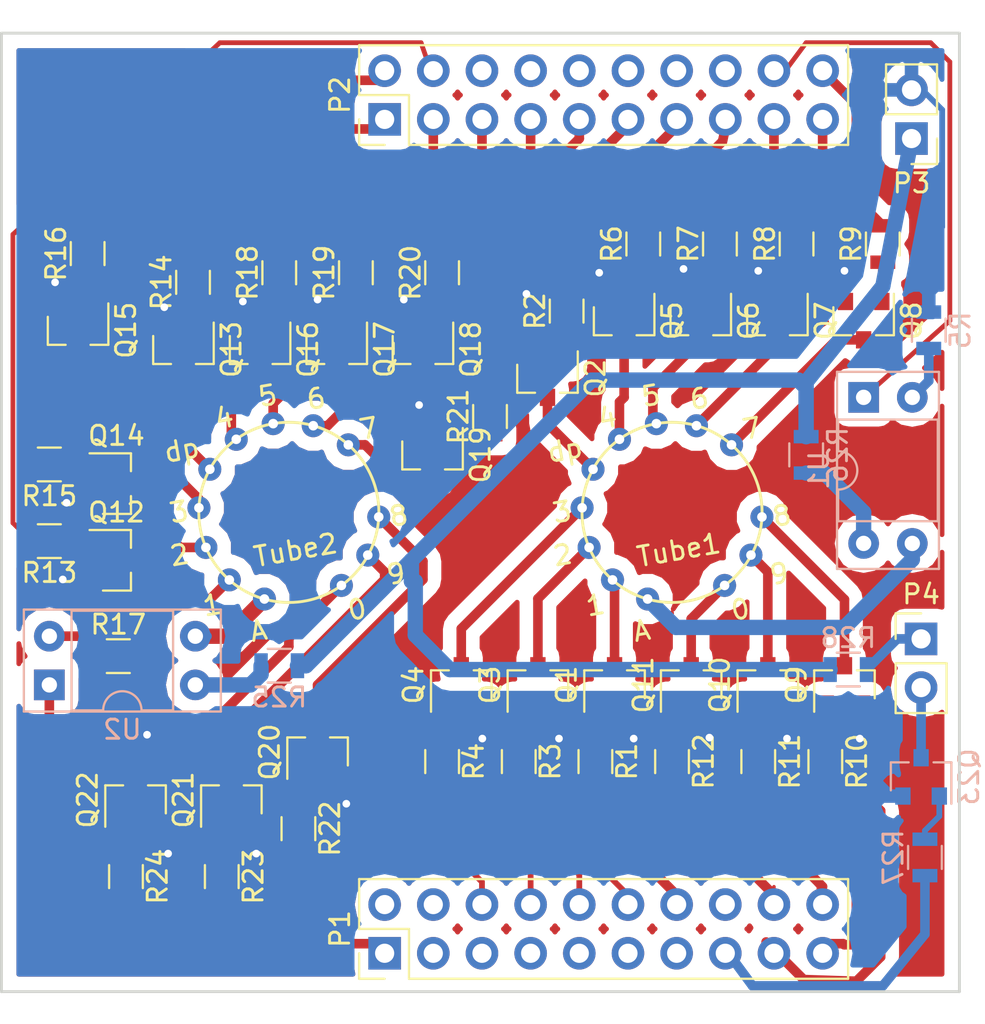
<source format=kicad_pcb>
(kicad_pcb (version 4) (host pcbnew 4.0.4-stable)
  (layers (0 F.Cu signal) (31 B.Cu signal) (34 B.Paste user) (35 F.Paste user) (36 B.SilkS user) (37 F.SilkS user) (38 B.Mask user) (39 F.Mask user) (44 Edge.Cuts user))
  (net 0 "")
  (net 1 "Net-(Q1-Pad1)")
  (net 2 GND)
  (net 3 "Net-(Q1-Pad3)")
  (net 4 "Net-(Q2-Pad1)")
  (net 5 "Net-(Q2-Pad3)")
  (net 6 "Net-(Q3-Pad1)")
  (net 7 "Net-(Q3-Pad3)")
  (net 8 "Net-(Q4-Pad1)")
  (net 9 "Net-(Q4-Pad3)")
  (net 10 "Net-(Q5-Pad1)")
  (net 11 "Net-(Q5-Pad3)")
  (net 12 "Net-(Q6-Pad1)")
  (net 13 "Net-(Q6-Pad3)")
  (net 14 "Net-(Q7-Pad1)")
  (net 15 "Net-(Q7-Pad3)")
  (net 16 "Net-(Q8-Pad1)")
  (net 17 "Net-(Q8-Pad3)")
  (net 18 "Net-(Q9-Pad1)")
  (net 19 "Net-(Q9-Pad3)")
  (net 20 "Net-(Q10-Pad1)")
  (net 21 "Net-(Q10-Pad3)")
  (net 22 "Net-(Q11-Pad1)")
  (net 23 "Net-(Q11-Pad3)")
  (net 24 "Net-(R5-Pad1)")
  (net 25 "Net-(Tube1-Pad12)")
  (net 26 VAA)
  (net 27 "Net-(P1-Pad1)")
  (net 28 "Net-(P1-Pad2)")
  (net 29 "Net-(P1-Pad3)")
  (net 30 "Net-(P1-Pad5)")
  (net 31 "Net-(P1-Pad6)")
  (net 32 "Net-(P1-Pad7)")
  (net 33 "Net-(P1-Pad8)")
  (net 34 "Net-(P1-Pad9)")
  (net 35 "Net-(P1-Pad10)")
  (net 36 "Net-(P1-Pad11)")
  (net 37 "Net-(P1-Pad12)")
  (net 38 "Net-(P1-Pad13)")
  (net 39 "Net-(P1-Pad14)")
  (net 40 "Net-(P1-Pad15)")
  (net 41 "Net-(P1-Pad16)")
  (net 42 "Net-(P1-Pad17)")
  (net 43 "Net-(P1-Pad18)")
  (net 44 "Net-(P1-Pad19)")
  (net 45 "Net-(P1-Pad20)")
  (net 46 "Net-(P2-Pad1)")
  (net 47 "Net-(P2-Pad2)")
  (net 48 "Net-(P2-Pad3)")
  (net 49 "Net-(P2-Pad4)")
  (net 50 "Net-(P2-Pad5)")
  (net 51 "Net-(P2-Pad6)")
  (net 52 "Net-(P2-Pad7)")
  (net 53 "Net-(P2-Pad8)")
  (net 54 "Net-(P2-Pad9)")
  (net 55 "Net-(P2-Pad10)")
  (net 56 "Net-(P2-Pad11)")
  (net 57 "Net-(P2-Pad12)")
  (net 58 "Net-(P2-Pad13)")
  (net 59 "Net-(P2-Pad14)")
  (net 60 "Net-(P2-Pad15)")
  (net 61 "Net-(P2-Pad16)")
  (net 62 "Net-(P2-Pad17)")
  (net 63 "Net-(P2-Pad18)")
  (net 64 "Net-(P2-Pad19)")
  (net 65 "Net-(P2-Pad20)")
  (net 66 "Net-(Q12-Pad1)")
  (net 67 "Net-(Q12-Pad3)")
  (net 68 "Net-(Q13-Pad1)")
  (net 69 "Net-(Q13-Pad3)")
  (net 70 "Net-(Q14-Pad1)")
  (net 71 "Net-(Q14-Pad3)")
  (net 72 "Net-(Q15-Pad1)")
  (net 73 "Net-(Q15-Pad3)")
  (net 74 "Net-(Q16-Pad1)")
  (net 75 "Net-(Q16-Pad3)")
  (net 76 "Net-(Q17-Pad1)")
  (net 77 "Net-(Q17-Pad3)")
  (net 78 "Net-(Q18-Pad1)")
  (net 79 "Net-(Q18-Pad3)")
  (net 80 "Net-(Q19-Pad1)")
  (net 81 "Net-(Q19-Pad3)")
  (net 82 "Net-(Q20-Pad1)")
  (net 83 "Net-(Q20-Pad3)")
  (net 84 "Net-(Q21-Pad1)")
  (net 85 "Net-(Q21-Pad3)")
  (net 86 "Net-(Q22-Pad1)")
  (net 87 "Net-(Q22-Pad3)")
  (net 88 "Net-(R17-Pad1)")
  (net 89 "Net-(Tube2-Pad12)")
  (net 90 "Net-(R25-Pad1)")
  (net 91 "Net-(R26-Pad1)")
  (net 92 "Net-(Q23-Pad1)")
  (net 93 "Net-(P4-Pad2)")
  (net 94 "Net-(P4-Pad1)")
  (module nixie-lib:zm1210-new (layer F.Cu) (at 125 100 10)
    (fp_text reference Tube1 (at 0 2 10) (layer F.SilkS))
    (fp_text value zm1210)
    (fp_text user dp (at -4.94 -4.17 10) (layer F.SilkS))
    (fp_text user 9 (at 4.95 4.13 10) (layer F.SilkS))
    (fp_text user 0 (at 2.63 5.61 10) (layer F.SilkS))
    (fp_text user A (at -2.63 5.81 10) (layer F.SilkS))
    (fp_text user 1 (at -4.78 4.07 10) (layer F.SilkS))
    (fp_text user 2 (at -6.01 1.2 10) (layer F.SilkS))
    (fp_text user 3 (at -5.64 -1.01 10) (layer F.SilkS))
    (fp_text user 4 (at -2.46 -5.43 10) (layer F.SilkS))
    (fp_text user 5 (at -0.03 -6.18 10) (layer F.SilkS))
    (fp_text user 6 (at 2.43 -5.59 10) (layer F.SilkS))
    (fp_text user 7 (at 4.86 -3.58 10) (layer F.SilkS))
    (fp_text user 8 (at 5.62 1.17 10) (layer F.SilkS))
    (pad 10 thru_hole circle (at 2.04 4.23 10) (size 1.2 1.2) (drill 0.5) (layers *.Cu *.Mask) (net 23 "Net-(Q11-Pad3)"))
    (pad 9 thru_hole circle (at 3.67 2.91 10) (size 1.2 1.2) (drill 0.5) (layers *.Cu *.Mask) (net 21 "Net-(Q10-Pad3)"))
    (pad 8 thru_hole circle (at 4.58 1.05 10) (size 1.2 1.2) (drill 0.5) (layers *.Cu *.Mask) (net 19 "Net-(Q9-Pad3)"))
    (pad 7 thru_hole circle (at 3.67 -2.93 10) (size 1.2 1.2) (drill 0.5) (layers *.Cu *.Mask) (net 17 "Net-(Q8-Pad3)"))
    (pad 6 thru_hole circle (at 2.04 -4.23 10) (size 1.2 1.2) (drill 0.5) (layers *.Cu *.Mask) (net 15 "Net-(Q7-Pad3)"))
    (pad 5 thru_hole circle (at 0 -4.7 10) (size 1.2 1.2) (drill 0.5) (layers *.Cu *.Mask) (net 13 "Net-(Q6-Pad3)"))
    (pad 4 thru_hole circle (at -2.04 -4.23 10) (size 1.2 1.2) (drill 0.5) (layers *.Cu *.Mask) (net 11 "Net-(Q5-Pad3)"))
    (pad 11 thru_hole circle (at -3.67 -2.93 10) (size 1.2 1.2) (drill 0.5) (layers *.Cu *.Mask) (net 5 "Net-(Q2-Pad3)"))
    (pad 3 thru_hole circle (at -4.58 -1.05 10) (size 1.2 1.2) (drill 0.5) (layers *.Cu *.Mask) (net 9 "Net-(Q4-Pad3)"))
    (pad 2 thru_hole circle (at -4.58 1.05 10) (size 1.2 1.2) (drill 0.5) (layers *.Cu *.Mask) (net 7 "Net-(Q3-Pad3)"))
    (pad 1 thru_hole circle (at -3.67 2.93 10) (size 1.2 1.2) (drill 0.5) (layers *.Cu *.Mask) (net 3 "Net-(Q1-Pad3)"))
    (pad 12 thru_hole circle (at -2.04 4.23 10) (size 1.2 1.2) (drill 0.5) (layers *.Cu *.Mask) (net 25 "Net-(Tube1-Pad12)"))
  )
  (module nixie-lib:zm1210-new (layer F.Cu) (at 105 100 10)
    (fp_text reference Tube2 (at 0 2 10) (layer F.SilkS))
    (fp_text value zm1210)
    (fp_text user dp (at -4.94 -4.17 10) (layer F.SilkS))
    (fp_text user 9 (at 4.95 4.13 10) (layer F.SilkS))
    (fp_text user 0 (at 2.63 5.61 10) (layer F.SilkS))
    (fp_text user A (at -2.63 5.81 10) (layer F.SilkS))
    (fp_text user 1 (at -4.78 4.07 10) (layer F.SilkS))
    (fp_text user 2 (at -6.01 1.2 10) (layer F.SilkS))
    (fp_text user 3 (at -5.64 -1.01 10) (layer F.SilkS))
    (fp_text user 4 (at -2.46 -5.43 10) (layer F.SilkS))
    (fp_text user 5 (at -0.03 -6.18 10) (layer F.SilkS))
    (fp_text user 6 (at 2.43 -5.59 10) (layer F.SilkS))
    (fp_text user 7 (at 4.86 -3.58 10) (layer F.SilkS))
    (fp_text user 8 (at 5.62 1.17 10) (layer F.SilkS))
    (pad 10 thru_hole circle (at 2.04 4.23 10) (size 1.2 1.2) (drill 0.5) (layers *.Cu *.Mask) (net 87 "Net-(Q22-Pad3)"))
    (pad 9 thru_hole circle (at 3.67 2.91 10) (size 1.2 1.2) (drill 0.5) (layers *.Cu *.Mask) (net 85 "Net-(Q21-Pad3)"))
    (pad 8 thru_hole circle (at 4.58 1.05 10) (size 1.2 1.2) (drill 0.5) (layers *.Cu *.Mask) (net 83 "Net-(Q20-Pad3)"))
    (pad 7 thru_hole circle (at 3.67 -2.93 10) (size 1.2 1.2) (drill 0.5) (layers *.Cu *.Mask) (net 81 "Net-(Q19-Pad3)"))
    (pad 6 thru_hole circle (at 2.04 -4.23 10) (size 1.2 1.2) (drill 0.5) (layers *.Cu *.Mask) (net 79 "Net-(Q18-Pad3)"))
    (pad 5 thru_hole circle (at 0 -4.7 10) (size 1.2 1.2) (drill 0.5) (layers *.Cu *.Mask) (net 77 "Net-(Q17-Pad3)"))
    (pad 4 thru_hole circle (at -2.04 -4.23 10) (size 1.2 1.2) (drill 0.5) (layers *.Cu *.Mask) (net 75 "Net-(Q16-Pad3)"))
    (pad 11 thru_hole circle (at -3.67 -2.93 10) (size 1.2 1.2) (drill 0.5) (layers *.Cu *.Mask) (net 69 "Net-(Q13-Pad3)"))
    (pad 3 thru_hole circle (at -4.58 -1.05 10) (size 1.2 1.2) (drill 0.5) (layers *.Cu *.Mask) (net 73 "Net-(Q15-Pad3)"))
    (pad 2 thru_hole circle (at -4.58 1.05 10) (size 1.2 1.2) (drill 0.5) (layers *.Cu *.Mask) (net 71 "Net-(Q14-Pad3)"))
    (pad 1 thru_hole circle (at -3.67 2.93 10) (size 1.2 1.2) (drill 0.5) (layers *.Cu *.Mask) (net 67 "Net-(Q12-Pad3)"))
    (pad 12 thru_hole circle (at -2.04 4.23 10) (size 1.2 1.2) (drill 0.5) (layers *.Cu *.Mask) (net 89 "Net-(Tube2-Pad12)"))
  )
  (module Pin_Headers:Pin_Header_Straight_1x02_Pitch2.54mm (layer F.Cu) (at 138 106.6)
    (fp_text reference P4 (at 0 -2.33) (layer F.SilkS))
    (fp_text value dot)
    (pad 1 thru_hole rect (at 0 0) (size 1.7 1.7) (drill 1) (layers *.Cu *.Mask) (net 94 "Net-(P4-Pad1)"))
    (pad 2 thru_hole oval (at 0 2.54) (size 1.7 1.7) (drill 1) (layers *.Cu *.Mask) (net 93 "Net-(P4-Pad2)"))
  )
  (module Housings_DIP:DIP-4_W7.62mm_Socket (layer B.Cu) (at 135 94 270)
    (fp_text reference U1 (at 3.81 2.33 270) (layer B.SilkS) (effects (justify mirror)))
    (fp_text value TLP627)
    (pad 1 thru_hole rect (at 0 0 270) (size 1.6 1.6) (drill 0.8) (layers *.Cu *.Mask) (net 63 "Net-(P2-Pad18)"))
    (pad 3 thru_hole oval (at 7.62 -2.54 270) (size 1.6 1.6) (drill 0.8) (layers *.Cu *.Mask) (net 25 "Net-(Tube1-Pad12)"))
    (pad 2 thru_hole oval (at 0 -2.54 270) (size 1.6 1.6) (drill 0.8) (layers *.Cu *.Mask) (net 24 "Net-(R5-Pad1)"))
    (pad 4 thru_hole oval (at 7.62 0 270) (size 1.6 1.6) (drill 0.8) (layers *.Cu *.Mask) (net 91 "Net-(R26-Pad1)"))
  )
  (module Pin_Headers:Pin_Header_Straight_2x10_Pitch2.54mm (layer F.Cu) (at 110 123 90)
    (fp_text reference P1 (at 1.27 -2.33 90) (layer F.SilkS))
    (fp_text value CONN_02X10)
    (pad 1 thru_hole rect (at 0 0 90) (size 1.7 1.7) (drill 1) (layers *.Cu *.Mask) (net 27 "Net-(P1-Pad1)"))
    (pad 2 thru_hole oval (at 2.54 0 90) (size 1.7 1.7) (drill 1) (layers *.Cu *.Mask) (net 28 "Net-(P1-Pad2)"))
    (pad 3 thru_hole oval (at 0 2.54 90) (size 1.7 1.7) (drill 1) (layers *.Cu *.Mask) (net 29 "Net-(P1-Pad3)"))
    (pad 4 thru_hole oval (at 2.54 2.54 90) (size 1.7 1.7) (drill 1) (layers *.Cu *.Mask) (net 28 "Net-(P1-Pad2)"))
    (pad 5 thru_hole oval (at 0 5.08 90) (size 1.7 1.7) (drill 1) (layers *.Cu *.Mask) (net 30 "Net-(P1-Pad5)"))
    (pad 6 thru_hole oval (at 2.54 5.08 90) (size 1.7 1.7) (drill 1) (layers *.Cu *.Mask) (net 31 "Net-(P1-Pad6)"))
    (pad 7 thru_hole oval (at 0 7.62 90) (size 1.7 1.7) (drill 1) (layers *.Cu *.Mask) (net 32 "Net-(P1-Pad7)"))
    (pad 8 thru_hole oval (at 2.54 7.62 90) (size 1.7 1.7) (drill 1) (layers *.Cu *.Mask) (net 33 "Net-(P1-Pad8)"))
    (pad 9 thru_hole oval (at 0 10.16 90) (size 1.7 1.7) (drill 1) (layers *.Cu *.Mask) (net 34 "Net-(P1-Pad9)"))
    (pad 10 thru_hole oval (at 2.54 10.16 90) (size 1.7 1.7) (drill 1) (layers *.Cu *.Mask) (net 35 "Net-(P1-Pad10)"))
    (pad 11 thru_hole oval (at 0 12.7 90) (size 1.7 1.7) (drill 1) (layers *.Cu *.Mask) (net 36 "Net-(P1-Pad11)"))
    (pad 12 thru_hole oval (at 2.54 12.7 90) (size 1.7 1.7) (drill 1) (layers *.Cu *.Mask) (net 37 "Net-(P1-Pad12)"))
    (pad 13 thru_hole oval (at 0 15.24 90) (size 1.7 1.7) (drill 1) (layers *.Cu *.Mask) (net 38 "Net-(P1-Pad13)"))
    (pad 14 thru_hole oval (at 2.54 15.24 90) (size 1.7 1.7) (drill 1) (layers *.Cu *.Mask) (net 39 "Net-(P1-Pad14)"))
    (pad 15 thru_hole oval (at 0 17.78 90) (size 1.7 1.7) (drill 1) (layers *.Cu *.Mask) (net 40 "Net-(P1-Pad15)"))
    (pad 16 thru_hole oval (at 2.54 17.78 90) (size 1.7 1.7) (drill 1) (layers *.Cu *.Mask) (net 41 "Net-(P1-Pad16)"))
    (pad 17 thru_hole oval (at 0 20.32 90) (size 1.7 1.7) (drill 1) (layers *.Cu *.Mask) (net 42 "Net-(P1-Pad17)"))
    (pad 18 thru_hole oval (at 2.54 20.32 90) (size 1.7 1.7) (drill 1) (layers *.Cu *.Mask) (net 43 "Net-(P1-Pad18)"))
    (pad 19 thru_hole oval (at 0 22.86 90) (size 1.7 1.7) (drill 1) (layers *.Cu *.Mask) (net 44 "Net-(P1-Pad19)"))
    (pad 20 thru_hole oval (at 2.54 22.86 90) (size 1.7 1.7) (drill 1) (layers *.Cu *.Mask) (net 45 "Net-(P1-Pad20)"))
  )
  (module Pin_Headers:Pin_Header_Straight_2x10_Pitch2.54mm (layer F.Cu) (at 110 79.5 90)
    (fp_text reference P2 (at 1.27 -2.33 90) (layer F.SilkS))
    (fp_text value CONN_02X10)
    (pad 1 thru_hole rect (at 0 0 90) (size 1.7 1.7) (drill 1) (layers *.Cu *.Mask) (net 46 "Net-(P2-Pad1)"))
    (pad 2 thru_hole oval (at 2.54 0 90) (size 1.7 1.7) (drill 1) (layers *.Cu *.Mask) (net 47 "Net-(P2-Pad2)"))
    (pad 3 thru_hole oval (at 0 2.54 90) (size 1.7 1.7) (drill 1) (layers *.Cu *.Mask) (net 48 "Net-(P2-Pad3)"))
    (pad 4 thru_hole oval (at 2.54 2.54 90) (size 1.7 1.7) (drill 1) (layers *.Cu *.Mask) (net 49 "Net-(P2-Pad4)"))
    (pad 5 thru_hole oval (at 0 5.08 90) (size 1.7 1.7) (drill 1) (layers *.Cu *.Mask) (net 50 "Net-(P2-Pad5)"))
    (pad 6 thru_hole oval (at 2.54 5.08 90) (size 1.7 1.7) (drill 1) (layers *.Cu *.Mask) (net 51 "Net-(P2-Pad6)"))
    (pad 7 thru_hole oval (at 0 7.62 90) (size 1.7 1.7) (drill 1) (layers *.Cu *.Mask) (net 52 "Net-(P2-Pad7)"))
    (pad 8 thru_hole oval (at 2.54 7.62 90) (size 1.7 1.7) (drill 1) (layers *.Cu *.Mask) (net 53 "Net-(P2-Pad8)"))
    (pad 9 thru_hole oval (at 0 10.16 90) (size 1.7 1.7) (drill 1) (layers *.Cu *.Mask) (net 54 "Net-(P2-Pad9)"))
    (pad 10 thru_hole oval (at 2.54 10.16 90) (size 1.7 1.7) (drill 1) (layers *.Cu *.Mask) (net 55 "Net-(P2-Pad10)"))
    (pad 11 thru_hole oval (at 0 12.7 90) (size 1.7 1.7) (drill 1) (layers *.Cu *.Mask) (net 56 "Net-(P2-Pad11)"))
    (pad 12 thru_hole oval (at 2.54 12.7 90) (size 1.7 1.7) (drill 1) (layers *.Cu *.Mask) (net 57 "Net-(P2-Pad12)"))
    (pad 13 thru_hole oval (at 0 15.24 90) (size 1.7 1.7) (drill 1) (layers *.Cu *.Mask) (net 58 "Net-(P2-Pad13)"))
    (pad 14 thru_hole oval (at 2.54 15.24 90) (size 1.7 1.7) (drill 1) (layers *.Cu *.Mask) (net 59 "Net-(P2-Pad14)"))
    (pad 15 thru_hole oval (at 0 17.78 90) (size 1.7 1.7) (drill 1) (layers *.Cu *.Mask) (net 60 "Net-(P2-Pad15)"))
    (pad 16 thru_hole oval (at 2.54 17.78 90) (size 1.7 1.7) (drill 1) (layers *.Cu *.Mask) (net 61 "Net-(P2-Pad16)"))
    (pad 17 thru_hole oval (at 0 20.32 90) (size 1.7 1.7) (drill 1) (layers *.Cu *.Mask) (net 62 "Net-(P2-Pad17)"))
    (pad 18 thru_hole oval (at 2.54 20.32 90) (size 1.7 1.7) (drill 1) (layers *.Cu *.Mask) (net 63 "Net-(P2-Pad18)"))
    (pad 19 thru_hole oval (at 0 22.86 90) (size 1.7 1.7) (drill 1) (layers *.Cu *.Mask) (net 64 "Net-(P2-Pad19)"))
    (pad 20 thru_hole oval (at 2.54 22.86 90) (size 1.7 1.7) (drill 1) (layers *.Cu *.Mask) (net 65 "Net-(P2-Pad20)"))
  )
  (module Housings_DIP:DIP-4_W7.62mm_Socket (layer B.Cu) (at 92.5 109)
    (fp_text reference U2 (at 3.81 2.33) (layer B.SilkS) (effects (justify mirror)))
    (fp_text value TLP627)
    (pad 1 thru_hole rect (at 0 0) (size 1.6 1.6) (drill 0.8) (layers *.Cu *.Mask) (net 27 "Net-(P1-Pad1)"))
    (pad 3 thru_hole oval (at 7.62 -2.54) (size 1.6 1.6) (drill 0.8) (layers *.Cu *.Mask) (net 89 "Net-(Tube2-Pad12)"))
    (pad 2 thru_hole oval (at 0 -2.54) (size 1.6 1.6) (drill 0.8) (layers *.Cu *.Mask) (net 88 "Net-(R17-Pad1)"))
    (pad 4 thru_hole oval (at 7.62 0) (size 1.6 1.6) (drill 0.8) (layers *.Cu *.Mask) (net 90 "Net-(R25-Pad1)"))
  )
  (module TO_SOT_Packages_SMD:SOT-23 (layer F.Cu) (at 122 109 90)
    (fp_text reference Q1 (at 0 -2.5 90) (layer F.SilkS))
    (fp_text value BC850)
    (pad 1 smd rect (at -1 -0.95 90) (size 0.9 0.8) (layers F.Cu F.Paste F.Mask) (net 1 "Net-(Q1-Pad1)"))
    (pad 2 smd rect (at -1 0.95 90) (size 0.9 0.8) (layers F.Cu F.Paste F.Mask) (net 2 GND))
    (pad 3 smd rect (at 1 0 90) (size 0.9 0.8) (layers F.Cu F.Paste F.Mask) (net 3 "Net-(Q1-Pad3)"))
  )
  (module TO_SOT_Packages_SMD:SOT-23 (layer F.Cu) (at 118.5 93 270)
    (fp_text reference Q2 (at 0 -2.5 270) (layer F.SilkS))
    (fp_text value BC850)
    (pad 1 smd rect (at -1 -0.95 270) (size 0.9 0.8) (layers F.Cu F.Paste F.Mask) (net 4 "Net-(Q2-Pad1)"))
    (pad 2 smd rect (at -1 0.95 270) (size 0.9 0.8) (layers F.Cu F.Paste F.Mask) (net 2 GND))
    (pad 3 smd rect (at 1 0 270) (size 0.9 0.8) (layers F.Cu F.Paste F.Mask) (net 5 "Net-(Q2-Pad3)"))
  )
  (module TO_SOT_Packages_SMD:SOT-23 (layer F.Cu) (at 118 109 90)
    (fp_text reference Q3 (at 0 -2.5 90) (layer F.SilkS))
    (fp_text value BC850)
    (pad 1 smd rect (at -1 -0.95 90) (size 0.9 0.8) (layers F.Cu F.Paste F.Mask) (net 6 "Net-(Q3-Pad1)"))
    (pad 2 smd rect (at -1 0.95 90) (size 0.9 0.8) (layers F.Cu F.Paste F.Mask) (net 2 GND))
    (pad 3 smd rect (at 1 0 90) (size 0.9 0.8) (layers F.Cu F.Paste F.Mask) (net 7 "Net-(Q3-Pad3)"))
  )
  (module TO_SOT_Packages_SMD:SOT-23 (layer F.Cu) (at 114 109 90)
    (fp_text reference Q4 (at 0 -2.5 90) (layer F.SilkS))
    (fp_text value BC850)
    (pad 1 smd rect (at -1 -0.95 90) (size 0.9 0.8) (layers F.Cu F.Paste F.Mask) (net 8 "Net-(Q4-Pad1)"))
    (pad 2 smd rect (at -1 0.95 90) (size 0.9 0.8) (layers F.Cu F.Paste F.Mask) (net 2 GND))
    (pad 3 smd rect (at 1 0 90) (size 0.9 0.8) (layers F.Cu F.Paste F.Mask) (net 9 "Net-(Q4-Pad3)"))
  )
  (module TO_SOT_Packages_SMD:SOT-23 (layer F.Cu) (at 122.5 90 270)
    (fp_text reference Q5 (at 0 -2.5 270) (layer F.SilkS))
    (fp_text value BC850)
    (pad 1 smd rect (at -1 -0.95 270) (size 0.9 0.8) (layers F.Cu F.Paste F.Mask) (net 10 "Net-(Q5-Pad1)"))
    (pad 2 smd rect (at -1 0.95 270) (size 0.9 0.8) (layers F.Cu F.Paste F.Mask) (net 2 GND))
    (pad 3 smd rect (at 1 0 270) (size 0.9 0.8) (layers F.Cu F.Paste F.Mask) (net 11 "Net-(Q5-Pad3)"))
  )
  (module TO_SOT_Packages_SMD:SOT-23 (layer F.Cu) (at 126.5 90 270)
    (fp_text reference Q6 (at 0 -2.5 270) (layer F.SilkS))
    (fp_text value BC850)
    (pad 1 smd rect (at -1 -0.95 270) (size 0.9 0.8) (layers F.Cu F.Paste F.Mask) (net 12 "Net-(Q6-Pad1)"))
    (pad 2 smd rect (at -1 0.95 270) (size 0.9 0.8) (layers F.Cu F.Paste F.Mask) (net 2 GND))
    (pad 3 smd rect (at 1 0 270) (size 0.9 0.8) (layers F.Cu F.Paste F.Mask) (net 13 "Net-(Q6-Pad3)"))
  )
  (module TO_SOT_Packages_SMD:SOT-23 (layer F.Cu) (at 130.5 90 270)
    (fp_text reference Q7 (at 0 -2.5 270) (layer F.SilkS))
    (fp_text value BC850)
    (pad 1 smd rect (at -1 -0.95 270) (size 0.9 0.8) (layers F.Cu F.Paste F.Mask) (net 14 "Net-(Q7-Pad1)"))
    (pad 2 smd rect (at -1 0.95 270) (size 0.9 0.8) (layers F.Cu F.Paste F.Mask) (net 2 GND))
    (pad 3 smd rect (at 1 0 270) (size 0.9 0.8) (layers F.Cu F.Paste F.Mask) (net 15 "Net-(Q7-Pad3)"))
  )
  (module TO_SOT_Packages_SMD:SOT-23 (layer F.Cu) (at 135 90 270)
    (fp_text reference Q8 (at 0 -2.5 270) (layer F.SilkS))
    (fp_text value BC850)
    (pad 1 smd rect (at -1 -0.95 270) (size 0.9 0.8) (layers F.Cu F.Paste F.Mask) (net 16 "Net-(Q8-Pad1)"))
    (pad 2 smd rect (at -1 0.95 270) (size 0.9 0.8) (layers F.Cu F.Paste F.Mask) (net 2 GND))
    (pad 3 smd rect (at 1 0 270) (size 0.9 0.8) (layers F.Cu F.Paste F.Mask) (net 17 "Net-(Q8-Pad3)"))
  )
  (module TO_SOT_Packages_SMD:SOT-23 (layer F.Cu) (at 134 109 90)
    (fp_text reference Q9 (at 0 -2.5 90) (layer F.SilkS))
    (fp_text value BC850)
    (pad 1 smd rect (at -1 -0.95 90) (size 0.9 0.8) (layers F.Cu F.Paste F.Mask) (net 18 "Net-(Q9-Pad1)"))
    (pad 2 smd rect (at -1 0.95 90) (size 0.9 0.8) (layers F.Cu F.Paste F.Mask) (net 2 GND))
    (pad 3 smd rect (at 1 0 90) (size 0.9 0.8) (layers F.Cu F.Paste F.Mask) (net 19 "Net-(Q9-Pad3)"))
  )
  (module TO_SOT_Packages_SMD:SOT-23 (layer F.Cu) (at 130 109 90)
    (fp_text reference Q10 (at 0 -2.5 90) (layer F.SilkS))
    (fp_text value BC850)
    (pad 1 smd rect (at -1 -0.95 90) (size 0.9 0.8) (layers F.Cu F.Paste F.Mask) (net 20 "Net-(Q10-Pad1)"))
    (pad 2 smd rect (at -1 0.95 90) (size 0.9 0.8) (layers F.Cu F.Paste F.Mask) (net 2 GND))
    (pad 3 smd rect (at 1 0 90) (size 0.9 0.8) (layers F.Cu F.Paste F.Mask) (net 21 "Net-(Q10-Pad3)"))
  )
  (module TO_SOT_Packages_SMD:SOT-23 (layer F.Cu) (at 126 109 90)
    (fp_text reference Q11 (at 0 -2.5 90) (layer F.SilkS))
    (fp_text value BC850)
    (pad 1 smd rect (at -1 -0.95 90) (size 0.9 0.8) (layers F.Cu F.Paste F.Mask) (net 22 "Net-(Q11-Pad1)"))
    (pad 2 smd rect (at -1 0.95 90) (size 0.9 0.8) (layers F.Cu F.Paste F.Mask) (net 2 GND))
    (pad 3 smd rect (at 1 0 90) (size 0.9 0.8) (layers F.Cu F.Paste F.Mask) (net 23 "Net-(Q11-Pad3)"))
  )
  (module TO_SOT_Packages_SMD:SOT-23 (layer F.Cu) (at 96 102.5)
    (fp_text reference Q12 (at 0 -2.5) (layer F.SilkS))
    (fp_text value BC850)
    (pad 1 smd rect (at -1 -0.95) (size 0.9 0.8) (layers F.Cu F.Paste F.Mask) (net 66 "Net-(Q12-Pad1)"))
    (pad 2 smd rect (at -1 0.95) (size 0.9 0.8) (layers F.Cu F.Paste F.Mask) (net 2 GND))
    (pad 3 smd rect (at 1 0) (size 0.9 0.8) (layers F.Cu F.Paste F.Mask) (net 67 "Net-(Q12-Pad3)"))
  )
  (module TO_SOT_Packages_SMD:SOT-23 (layer F.Cu) (at 99.5 91.5 270)
    (fp_text reference Q13 (at 0 -2.5 270) (layer F.SilkS))
    (fp_text value BC850)
    (pad 1 smd rect (at -1 -0.95 270) (size 0.9 0.8) (layers F.Cu F.Paste F.Mask) (net 68 "Net-(Q13-Pad1)"))
    (pad 2 smd rect (at -1 0.95 270) (size 0.9 0.8) (layers F.Cu F.Paste F.Mask) (net 2 GND))
    (pad 3 smd rect (at 1 0 270) (size 0.9 0.8) (layers F.Cu F.Paste F.Mask) (net 69 "Net-(Q13-Pad3)"))
  )
  (module TO_SOT_Packages_SMD:SOT-23 (layer F.Cu) (at 96 98.5)
    (fp_text reference Q14 (at 0 -2.5) (layer F.SilkS))
    (fp_text value BC850)
    (pad 1 smd rect (at -1 -0.95) (size 0.9 0.8) (layers F.Cu F.Paste F.Mask) (net 70 "Net-(Q14-Pad1)"))
    (pad 2 smd rect (at -1 0.95) (size 0.9 0.8) (layers F.Cu F.Paste F.Mask) (net 2 GND))
    (pad 3 smd rect (at 1 0) (size 0.9 0.8) (layers F.Cu F.Paste F.Mask) (net 71 "Net-(Q14-Pad3)"))
  )
  (module TO_SOT_Packages_SMD:SOT-23 (layer F.Cu) (at 94 90.5 270)
    (fp_text reference Q15 (at 0 -2.5 270) (layer F.SilkS))
    (fp_text value BC850)
    (pad 1 smd rect (at -1 -0.95 270) (size 0.9 0.8) (layers F.Cu F.Paste F.Mask) (net 72 "Net-(Q15-Pad1)"))
    (pad 2 smd rect (at -1 0.95 270) (size 0.9 0.8) (layers F.Cu F.Paste F.Mask) (net 2 GND))
    (pad 3 smd rect (at 1 0 270) (size 0.9 0.8) (layers F.Cu F.Paste F.Mask) (net 73 "Net-(Q15-Pad3)"))
  )
  (module TO_SOT_Packages_SMD:SOT-23 (layer F.Cu) (at 103.5 91.5 270)
    (fp_text reference Q16 (at 0 -2.5 270) (layer F.SilkS))
    (fp_text value BC850)
    (pad 1 smd rect (at -1 -0.95 270) (size 0.9 0.8) (layers F.Cu F.Paste F.Mask) (net 74 "Net-(Q16-Pad1)"))
    (pad 2 smd rect (at -1 0.95 270) (size 0.9 0.8) (layers F.Cu F.Paste F.Mask) (net 2 GND))
    (pad 3 smd rect (at 1 0 270) (size 0.9 0.8) (layers F.Cu F.Paste F.Mask) (net 75 "Net-(Q16-Pad3)"))
  )
  (module TO_SOT_Packages_SMD:SOT-23 (layer F.Cu) (at 107.5 91.5 270)
    (fp_text reference Q17 (at 0 -2.5 270) (layer F.SilkS))
    (fp_text value BC850)
    (pad 1 smd rect (at -1 -0.95 270) (size 0.9 0.8) (layers F.Cu F.Paste F.Mask) (net 76 "Net-(Q17-Pad1)"))
    (pad 2 smd rect (at -1 0.95 270) (size 0.9 0.8) (layers F.Cu F.Paste F.Mask) (net 2 GND))
    (pad 3 smd rect (at 1 0 270) (size 0.9 0.8) (layers F.Cu F.Paste F.Mask) (net 77 "Net-(Q17-Pad3)"))
  )
  (module TO_SOT_Packages_SMD:SOT-23 (layer F.Cu) (at 112 91.5 270)
    (fp_text reference Q18 (at 0 -2.5 270) (layer F.SilkS))
    (fp_text value BC850)
    (pad 1 smd rect (at -1 -0.95 270) (size 0.9 0.8) (layers F.Cu F.Paste F.Mask) (net 78 "Net-(Q18-Pad1)"))
    (pad 2 smd rect (at -1 0.95 270) (size 0.9 0.8) (layers F.Cu F.Paste F.Mask) (net 2 GND))
    (pad 3 smd rect (at 1 0 270) (size 0.9 0.8) (layers F.Cu F.Paste F.Mask) (net 79 "Net-(Q18-Pad3)"))
  )
  (module TO_SOT_Packages_SMD:SOT-23 (layer F.Cu) (at 112.5 97 270)
    (fp_text reference Q19 (at 0 -2.5 270) (layer F.SilkS))
    (fp_text value BC850 hide)
    (pad 1 smd rect (at -1 -0.95 270) (size 0.9 0.8) (layers F.Cu F.Paste F.Mask) (net 80 "Net-(Q19-Pad1)"))
    (pad 2 smd rect (at -1 0.95 270) (size 0.9 0.8) (layers F.Cu F.Paste F.Mask) (net 2 GND))
    (pad 3 smd rect (at 1 0 270) (size 0.9 0.8) (layers F.Cu F.Paste F.Mask) (net 81 "Net-(Q19-Pad3)"))
  )
  (module TO_SOT_Packages_SMD:SOT-23 (layer F.Cu) (at 106.5 112.5 90)
    (fp_text reference Q20 (at 0 -2.5 90) (layer F.SilkS))
    (fp_text value BC850)
    (pad 1 smd rect (at -1 -0.95 90) (size 0.9 0.8) (layers F.Cu F.Paste F.Mask) (net 82 "Net-(Q20-Pad1)"))
    (pad 2 smd rect (at -1 0.95 90) (size 0.9 0.8) (layers F.Cu F.Paste F.Mask) (net 2 GND))
    (pad 3 smd rect (at 1 0 90) (size 0.9 0.8) (layers F.Cu F.Paste F.Mask) (net 83 "Net-(Q20-Pad3)"))
  )
  (module TO_SOT_Packages_SMD:SOT-23 (layer F.Cu) (at 102 115 90)
    (fp_text reference Q21 (at 0 -2.5 90) (layer F.SilkS))
    (fp_text value BC850)
    (pad 1 smd rect (at -1 -0.95 90) (size 0.9 0.8) (layers F.Cu F.Paste F.Mask) (net 84 "Net-(Q21-Pad1)"))
    (pad 2 smd rect (at -1 0.95 90) (size 0.9 0.8) (layers F.Cu F.Paste F.Mask) (net 2 GND))
    (pad 3 smd rect (at 1 0 90) (size 0.9 0.8) (layers F.Cu F.Paste F.Mask) (net 85 "Net-(Q21-Pad3)"))
  )
  (module TO_SOT_Packages_SMD:SOT-23 (layer F.Cu) (at 97 115 90)
    (fp_text reference Q22 (at 0 -2.5 90) (layer F.SilkS))
    (fp_text value BC850)
    (pad 1 smd rect (at -1 -0.95 90) (size 0.9 0.8) (layers F.Cu F.Paste F.Mask) (net 86 "Net-(Q22-Pad1)"))
    (pad 2 smd rect (at -1 0.95 90) (size 0.9 0.8) (layers F.Cu F.Paste F.Mask) (net 2 GND))
    (pad 3 smd rect (at 1 0 90) (size 0.9 0.8) (layers F.Cu F.Paste F.Mask) (net 87 "Net-(Q22-Pad3)"))
  )
  (module Resistors_SMD:R_0805 (layer F.Cu) (at 121 113 270)
    (fp_text reference R1 (at 0 -1.65 270) (layer F.SilkS))
    (fp_text value 47k)
    (pad 1 smd rect (at -0.95 0 270) (size 0.7 1.3) (layers F.Cu F.Paste F.Mask) (net 1 "Net-(Q1-Pad1)"))
    (pad 2 smd rect (at 0.95 0 270) (size 0.7 1.3) (layers F.Cu F.Paste F.Mask) (net 43 "Net-(P1-Pad18)"))
  )
  (module Resistors_SMD:R_0805 (layer F.Cu) (at 113 113 270)
    (fp_text reference R4 (at 0 -1.65 270) (layer F.SilkS))
    (fp_text value 47k)
    (pad 1 smd rect (at -0.95 0 270) (size 0.7 1.3) (layers F.Cu F.Paste F.Mask) (net 8 "Net-(Q4-Pad1)"))
    (pad 2 smd rect (at 0.95 0 270) (size 0.7 1.3) (layers F.Cu F.Paste F.Mask) (net 37 "Net-(P1-Pad12)"))
  )
  (module Resistors_SMD:R_0805 (layer B.Cu) (at 138.4 90.5 90)
    (fp_text reference R5 (at 0 1.65 90) (layer B.SilkS) (effects (justify mirror)))
    (fp_text value 47k)
    (pad 1 smd rect (at -0.95 0 90) (size 0.7 1.3) (layers B.Cu B.Paste B.Mask) (net 24 "Net-(R5-Pad1)"))
    (pad 2 smd rect (at 0.95 0 90) (size 0.7 1.3) (layers B.Cu B.Paste B.Mask) (net 2 GND))
  )
  (module Resistors_SMD:R_0805 (layer F.Cu) (at 123.5 86 90)
    (fp_text reference R6 (at 0 -1.65 90) (layer F.SilkS))
    (fp_text value 47k)
    (pad 1 smd rect (at -0.95 0 90) (size 0.7 1.3) (layers F.Cu F.Paste F.Mask) (net 10 "Net-(Q5-Pad1)"))
    (pad 2 smd rect (at 0.95 0 90) (size 0.7 1.3) (layers F.Cu F.Paste F.Mask) (net 60 "Net-(P2-Pad15)"))
  )
  (module Resistors_SMD:R_0805 (layer F.Cu) (at 127.5 86 90)
    (fp_text reference R7 (at 0 -1.65 90) (layer F.SilkS))
    (fp_text value 47k)
    (pad 1 smd rect (at -0.95 0 90) (size 0.7 1.3) (layers F.Cu F.Paste F.Mask) (net 12 "Net-(Q6-Pad1)"))
    (pad 2 smd rect (at 0.95 0 90) (size 0.7 1.3) (layers F.Cu F.Paste F.Mask) (net 62 "Net-(P2-Pad17)"))
  )
  (module Resistors_SMD:R_0805 (layer F.Cu) (at 131.5 86 90)
    (fp_text reference R8 (at 0 -1.65 90) (layer F.SilkS))
    (fp_text value 47k)
    (pad 1 smd rect (at -0.95 0 90) (size 0.7 1.3) (layers F.Cu F.Paste F.Mask) (net 14 "Net-(Q7-Pad1)"))
    (pad 2 smd rect (at 0.95 0 90) (size 0.7 1.3) (layers F.Cu F.Paste F.Mask) (net 64 "Net-(P2-Pad19)"))
  )
  (module Resistors_SMD:R_0805 (layer F.Cu) (at 136 86 90)
    (fp_text reference R9 (at 0 -1.65 90) (layer F.SilkS))
    (fp_text value 47k)
    (pad 1 smd rect (at -0.95 0 90) (size 0.7 1.3) (layers F.Cu F.Paste F.Mask) (net 16 "Net-(Q8-Pad1)"))
    (pad 2 smd rect (at 0.95 0 90) (size 0.7 1.3) (layers F.Cu F.Paste F.Mask) (net 65 "Net-(P2-Pad20)"))
  )
  (module Resistors_SMD:R_0805 (layer F.Cu) (at 133 113 270)
    (fp_text reference R10 (at 0 -1.65 270) (layer F.SilkS))
    (fp_text value 47k)
    (pad 1 smd rect (at -0.95 0 270) (size 0.7 1.3) (layers F.Cu F.Paste F.Mask) (net 18 "Net-(Q9-Pad1)"))
    (pad 2 smd rect (at 0.95 0 270) (size 0.7 1.3) (layers F.Cu F.Paste F.Mask) (net 42 "Net-(P1-Pad17)"))
  )
  (module Resistors_SMD:R_0805 (layer F.Cu) (at 129.5 113 270)
    (fp_text reference R11 (at 0 -1.65 270) (layer F.SilkS))
    (fp_text value 47k)
    (pad 1 smd rect (at -0.95 0 270) (size 0.7 1.3) (layers F.Cu F.Paste F.Mask) (net 20 "Net-(Q10-Pad1)"))
    (pad 2 smd rect (at 0.95 0 270) (size 0.7 1.3) (layers F.Cu F.Paste F.Mask) (net 44 "Net-(P1-Pad19)"))
  )
  (module Resistors_SMD:R_0805 (layer F.Cu) (at 125 113 270)
    (fp_text reference R12 (at 0 -1.65 270) (layer F.SilkS))
    (fp_text value 47k)
    (pad 1 smd rect (at -0.95 0 270) (size 0.7 1.3) (layers F.Cu F.Paste F.Mask) (net 22 "Net-(Q11-Pad1)"))
    (pad 2 smd rect (at 0.95 0 270) (size 0.7 1.3) (layers F.Cu F.Paste F.Mask) (net 45 "Net-(P1-Pad20)"))
  )
  (module Resistors_SMD:R_0805 (layer F.Cu) (at 119.5 89.5 90)
    (fp_text reference R2 (at 0 -1.65 90) (layer F.SilkS))
    (fp_text value 47k)
    (pad 1 smd rect (at -0.95 0 90) (size 0.7 1.3) (layers F.Cu F.Paste F.Mask) (net 4 "Net-(Q2-Pad1)"))
    (pad 2 smd rect (at 0.95 0 90) (size 0.7 1.3) (layers F.Cu F.Paste F.Mask) (net 58 "Net-(P2-Pad13)"))
  )
  (module Resistors_SMD:R_0805 (layer F.Cu) (at 117 113 270)
    (fp_text reference R3 (at 0 -1.65 270) (layer F.SilkS))
    (fp_text value 47k)
    (pad 1 smd rect (at -0.95 0 270) (size 0.7 1.3) (layers F.Cu F.Paste F.Mask) (net 6 "Net-(Q3-Pad1)"))
    (pad 2 smd rect (at 0.95 0 270) (size 0.7 1.3) (layers F.Cu F.Paste F.Mask) (net 39 "Net-(P1-Pad14)"))
  )
  (module Resistors_SMD:R_0805 (layer F.Cu) (at 92.5 101.5 180)
    (fp_text reference R13 (at 0 -1.65 180) (layer F.SilkS))
    (fp_text value 47k)
    (pad 1 smd rect (at -0.95 0 180) (size 0.7 1.3) (layers F.Cu F.Paste F.Mask) (net 66 "Net-(Q12-Pad1)"))
    (pad 2 smd rect (at 0.95 0 180) (size 0.7 1.3) (layers F.Cu F.Paste F.Mask) (net 49 "Net-(P2-Pad4)"))
  )
  (module Resistors_SMD:R_0805 (layer F.Cu) (at 100 88 90)
    (fp_text reference R14 (at 0 -1.65 90) (layer F.SilkS))
    (fp_text value 47k)
    (pad 1 smd rect (at -0.95 0 90) (size 0.7 1.3) (layers F.Cu F.Paste F.Mask) (net 68 "Net-(Q13-Pad1)"))
    (pad 2 smd rect (at 0.95 0 90) (size 0.7 1.3) (layers F.Cu F.Paste F.Mask) (net 48 "Net-(P2-Pad3)"))
  )
  (module Resistors_SMD:R_0805 (layer F.Cu) (at 92.5 97.5 180)
    (fp_text reference R15 (at 0 -1.65 180) (layer F.SilkS))
    (fp_text value 47k)
    (pad 1 smd rect (at -0.95 0 180) (size 0.7 1.3) (layers F.Cu F.Paste F.Mask) (net 70 "Net-(Q14-Pad1)"))
    (pad 2 smd rect (at 0.95 0 180) (size 0.7 1.3) (layers F.Cu F.Paste F.Mask) (net 47 "Net-(P2-Pad2)"))
  )
  (module Resistors_SMD:R_0805 (layer F.Cu) (at 94.5 86.5 90)
    (fp_text reference R16 (at 0 -1.65 90) (layer F.SilkS))
    (fp_text value 47k)
    (pad 1 smd rect (at -0.95 0 90) (size 0.7 1.3) (layers F.Cu F.Paste F.Mask) (net 72 "Net-(Q15-Pad1)"))
    (pad 2 smd rect (at 0.95 0 90) (size 0.7 1.3) (layers F.Cu F.Paste F.Mask) (net 46 "Net-(P2-Pad1)"))
  )
  (module Resistors_SMD:R_0805 (layer F.Cu) (at 96.1 107.5)
    (fp_text reference R17 (at 0 -1.65) (layer F.SilkS))
    (fp_text value 47k)
    (pad 1 smd rect (at -0.95 0) (size 0.7 1.3) (layers F.Cu F.Paste F.Mask) (net 88 "Net-(R17-Pad1)"))
    (pad 2 smd rect (at 0.95 0) (size 0.7 1.3) (layers F.Cu F.Paste F.Mask) (net 2 GND))
  )
  (module Resistors_SMD:R_0805 (layer F.Cu) (at 104.5 87.5 90)
    (fp_text reference R18 (at 0 -1.65 90) (layer F.SilkS))
    (fp_text value 47k)
    (pad 1 smd rect (at -0.95 0 90) (size 0.7 1.3) (layers F.Cu F.Paste F.Mask) (net 74 "Net-(Q16-Pad1)"))
    (pad 2 smd rect (at 0.95 0 90) (size 0.7 1.3) (layers F.Cu F.Paste F.Mask) (net 50 "Net-(P2-Pad5)"))
  )
  (module Resistors_SMD:R_0805 (layer F.Cu) (at 108.5 87.5 90)
    (fp_text reference R19 (at 0 -1.65 90) (layer F.SilkS))
    (fp_text value 47k)
    (pad 1 smd rect (at -0.95 0 90) (size 0.7 1.3) (layers F.Cu F.Paste F.Mask) (net 76 "Net-(Q17-Pad1)"))
    (pad 2 smd rect (at 0.95 0 90) (size 0.7 1.3) (layers F.Cu F.Paste F.Mask) (net 52 "Net-(P2-Pad7)"))
  )
  (module Resistors_SMD:R_0805 (layer F.Cu) (at 113 87.5 90)
    (fp_text reference R20 (at 0 -1.65 90) (layer F.SilkS))
    (fp_text value 47k)
    (pad 1 smd rect (at -0.95 0 90) (size 0.7 1.3) (layers F.Cu F.Paste F.Mask) (net 78 "Net-(Q18-Pad1)"))
    (pad 2 smd rect (at 0.95 0 90) (size 0.7 1.3) (layers F.Cu F.Paste F.Mask) (net 54 "Net-(P2-Pad9)"))
  )
  (module Resistors_SMD:R_0805 (layer F.Cu) (at 115.5 95 90)
    (fp_text reference R21 (at 0 -1.65 90) (layer F.SilkS))
    (fp_text value 47k)
    (pad 1 smd rect (at -0.95 0 90) (size 0.7 1.3) (layers F.Cu F.Paste F.Mask) (net 80 "Net-(Q19-Pad1)"))
    (pad 2 smd rect (at 0.95 0 90) (size 0.7 1.3) (layers F.Cu F.Paste F.Mask) (net 56 "Net-(P2-Pad11)"))
  )
  (module Resistors_SMD:R_0805 (layer F.Cu) (at 105.5 116.5 270)
    (fp_text reference R22 (at 0 -1.65 270) (layer F.SilkS))
    (fp_text value 47k)
    (pad 1 smd rect (at -0.95 0 270) (size 0.7 1.3) (layers F.Cu F.Paste F.Mask) (net 82 "Net-(Q20-Pad1)"))
    (pad 2 smd rect (at 0.95 0 270) (size 0.7 1.3) (layers F.Cu F.Paste F.Mask) (net 35 "Net-(P1-Pad10)"))
  )
  (module Resistors_SMD:R_0805 (layer F.Cu) (at 101.5 119 270)
    (fp_text reference R23 (at 0 -1.65 270) (layer F.SilkS))
    (fp_text value 47k)
    (pad 1 smd rect (at -0.95 0 270) (size 0.7 1.3) (layers F.Cu F.Paste F.Mask) (net 84 "Net-(Q21-Pad1)"))
    (pad 2 smd rect (at 0.95 0 270) (size 0.7 1.3) (layers F.Cu F.Paste F.Mask) (net 33 "Net-(P1-Pad8)"))
  )
  (module Resistors_SMD:R_0805 (layer F.Cu) (at 96.5 119 270)
    (fp_text reference R24 (at 0 -1.65 270) (layer F.SilkS))
    (fp_text value 47k)
    (pad 1 smd rect (at -0.95 0 270) (size 0.7 1.3) (layers F.Cu F.Paste F.Mask) (net 86 "Net-(Q22-Pad1)"))
    (pad 2 smd rect (at 0.95 0 270) (size 0.7 1.3) (layers F.Cu F.Paste F.Mask) (net 31 "Net-(P1-Pad6)"))
  )
  (module Resistors_SMD:R_0805 (layer B.Cu) (at 104.5 108)
    (fp_text reference R25 (at 0 1.65) (layer B.SilkS) (effects (justify mirror)))
    (fp_text value 60k)
    (pad 1 smd rect (at -0.95 0) (size 0.7 1.3) (layers B.Cu B.Paste B.Mask) (net 90 "Net-(R25-Pad1)"))
    (pad 2 smd rect (at 0.95 0) (size 0.7 1.3) (layers B.Cu B.Paste B.Mask) (net 26 VAA))
  )
  (module Resistors_SMD:R_0805 (layer B.Cu) (at 132 97 90)
    (fp_text reference R26 (at 0 1.65 90) (layer B.SilkS) (effects (justify mirror)))
    (fp_text value 60k)
    (pad 1 smd rect (at -0.95 0 90) (size 0.7 1.3) (layers B.Cu B.Paste B.Mask) (net 91 "Net-(R26-Pad1)"))
    (pad 2 smd rect (at 0.95 0 90) (size 0.7 1.3) (layers B.Cu B.Paste B.Mask) (net 26 VAA))
  )
  (module TO_SOT_Packages_SMD:SOT-23 (layer B.Cu) (at 138 113.8 90)
    (fp_text reference Q23 (at 0 2.5 90) (layer B.SilkS) (effects (justify mirror)))
    (fp_text value BC850)
    (pad 1 smd rect (at -1 0.95 90) (size 0.9 0.8) (layers B.Cu B.Paste B.Mask) (net 92 "Net-(Q23-Pad1)"))
    (pad 2 smd rect (at -1 -0.95 90) (size 0.9 0.8) (layers B.Cu B.Paste B.Mask) (net 2 GND))
    (pad 3 smd rect (at 1 0 90) (size 0.9 0.8) (layers B.Cu B.Paste B.Mask) (net 93 "Net-(P4-Pad2)"))
  )
  (module Resistors_SMD:R_0805 (layer B.Cu) (at 138.2 118 270)
    (fp_text reference R27 (at 0 1.65 270) (layer B.SilkS) (effects (justify mirror)))
    (fp_text value 47k)
    (pad 1 smd rect (at -0.95 0 270) (size 0.7 1.3) (layers B.Cu B.Paste B.Mask) (net 92 "Net-(Q23-Pad1)"))
    (pad 2 smd rect (at 0.95 0 270) (size 0.7 1.3) (layers B.Cu B.Paste B.Mask) (net 40 "Net-(P1-Pad15)"))
  )
  (module Resistors_SMD:R_0805 (layer B.Cu) (at 134.2 108.2 180)
    (fp_text reference R28 (at 0 1.65 180) (layer B.SilkS) (effects (justify mirror)))
    (fp_text value 60k)
    (pad 1 smd rect (at -0.95 0 180) (size 0.7 1.3) (layers B.Cu B.Paste B.Mask) (net 94 "Net-(P4-Pad1)"))
    (pad 2 smd rect (at 0.95 0 180) (size 0.7 1.3) (layers B.Cu B.Paste B.Mask) (net 26 VAA))
  )
  (module Pin_Headers:Pin_Header_Straight_1x02_Pitch2.54mm (layer F.Cu) (at 137.5 80.5 180)
    (fp_text reference P3 (at 0 -2.33 180) (layer F.SilkS))
    (fp_text value 170V)
    (pad 1 thru_hole rect (at 0 0 180) (size 1.7 1.7) (drill 1) (layers *.Cu *.Mask) (net 26 VAA))
    (pad 2 thru_hole oval (at 0 2.54 180) (size 1.7 1.7) (drill 1) (layers *.Cu *.Mask) (net 2 GND))
  )
  (gr_line (start 90 75) (end 90 125) (angle 90) (layer Edge.Cuts) (width 0.15))
  (gr_line (start 140 75) (end 90 75) (angle 90) (layer Edge.Cuts) (width 0.15))
  (gr_line (start 140 125) (end 140 75) (angle 90) (layer Edge.Cuts) (width 0.15))
  (gr_line (start 90 125) (end 140 125) (angle 90) (layer Edge.Cuts) (width 0.15))
  (segment (start 121 112.05) (end 121 110.05) (width 0.5) (layer F.Cu) (net 1))
  (segment (start 121 110.05) (end 121.05 110) (width 0.3) (layer F.Cu) (net 1))
  (segment (start 107.45 113.5) (end 107.45 114.65) (width 0.5) (layer F.Cu) (net 2))
  (segment (start 107.45 114.65) (end 108 115.2) (width 0.5) (layer F.Cu) (net 2))
  (via (at 108 115.2) (size 0.6) (drill 0.4) (layers F.Cu B.Cu) (net 2))
  (segment (start 108 115.2) (end 107.8 115.4) (width 0.5) (layer B.Cu) (net 2))
  (segment (start 107.8 115.4) (end 107.8 117.8) (width 0.5) (layer B.Cu) (net 2))
  (segment (start 137.05 114.8) (end 136.6 114.8) (width 0.3) (layer B.Cu) (net 2))
  (segment (start 134.8 113) (end 134.8 111.8) (width 0.3) (layer B.Cu) (net 2))
  (segment (start 136.6 114.8) (end 134.8 113) (width 0.3) (layer B.Cu) (net 2))
  (segment (start 134.95 110) (end 134.95 111.65) (width 0.5) (layer F.Cu) (net 2))
  (segment (start 134.95 111.65) (end 134.8 111.8) (width 0.5) (layer F.Cu) (net 2))
  (via (at 134.8 111.8) (size 0.6) (drill 0.4) (layers F.Cu B.Cu) (net 2))
  (segment (start 134.8 111.8) (end 131 111.8) (width 0.3) (layer B.Cu) (net 2))
  (segment (start 126.95 111.75) (end 130.95 111.75) (width 0.3) (layer B.Cu) (net 2))
  (segment (start 130.95 111.75) (end 131 111.8) (width 0.3) (layer B.Cu) (net 2))
  (via (at 131 111.8) (size 0.6) (drill 0.4) (layers F.Cu B.Cu) (net 2))
  (segment (start 131 111.8) (end 130.95 111.75) (width 0.3) (layer F.Cu) (net 2))
  (segment (start 130.95 111.75) (end 130.95 110) (width 0.5) (layer F.Cu) (net 2))
  (via (at 126.95 111.75) (size 0.6) (drill 0.4) (layers F.Cu B.Cu) (net 2))
  (segment (start 123 111.8) (end 126.9 111.8) (width 0.3) (layer B.Cu) (net 2))
  (segment (start 126.9 111.8) (end 126.95 111.75) (width 0.3) (layer B.Cu) (net 2))
  (segment (start 126.95 110) (end 126.95 111.75) (width 0.5) (layer F.Cu) (net 2))
  (segment (start 126.95 111.75) (end 127 111.8) (width 0.3) (layer F.Cu) (net 2))
  (segment (start 119.1 111.8) (end 123 111.8) (width 0.3) (layer B.Cu) (net 2))
  (segment (start 122.95 111.75) (end 122.95 110) (width 0.5) (layer F.Cu) (net 2))
  (via (at 123 111.8) (size 0.6) (drill 0.4) (layers F.Cu B.Cu) (net 2))
  (segment (start 123 111.8) (end 122.95 111.75) (width 0.5) (layer F.Cu) (net 2))
  (segment (start 118.95 110) (end 118.95 111.65) (width 0.5) (layer F.Cu) (net 2))
  (segment (start 118.95 111.65) (end 119.1 111.8) (width 0.5) (layer F.Cu) (net 2))
  (via (at 119.1 111.8) (size 0.6) (drill 0.4) (layers F.Cu B.Cu) (net 2))
  (segment (start 119.1 111.8) (end 115.1 111.8) (width 0.3) (layer B.Cu) (net 2))
  (segment (start 103.3 117.8) (end 107.8 117.8) (width 0.3) (layer B.Cu) (net 2))
  (segment (start 107.8 117.8) (end 109.1 117.8) (width 0.3) (layer B.Cu) (net 2))
  (segment (start 114.95 111.65) (end 114.95 110) (width 0.5) (layer F.Cu) (net 2))
  (via (at 115.1 111.8) (size 0.6) (drill 0.4) (layers F.Cu B.Cu) (net 2))
  (segment (start 115.1 111.8) (end 114.95 111.65) (width 0.5) (layer F.Cu) (net 2))
  (segment (start 109.1 117.8) (end 115.1 111.8) (width 0.3) (layer B.Cu) (net 2))
  (segment (start 102.95 116) (end 102.95 117.45) (width 0.5) (layer F.Cu) (net 2))
  (segment (start 102.95 117.45) (end 103.3 117.8) (width 0.5) (layer F.Cu) (net 2))
  (via (at 103.3 117.8) (size 0.6) (drill 0.4) (layers F.Cu B.Cu) (net 2))
  (segment (start 103.3 117.8) (end 98.7 117.8) (width 0.3) (layer B.Cu) (net 2))
  (segment (start 97.05 107.5) (end 97.05 111.05) (width 0.3) (layer F.Cu) (net 2))
  (segment (start 97.95 117.05) (end 97.95 116) (width 0.5) (layer F.Cu) (net 2))
  (via (at 98.7 117.8) (size 0.6) (drill 0.4) (layers F.Cu B.Cu) (net 2))
  (segment (start 98.7 117.8) (end 97.95 117.05) (width 0.5) (layer F.Cu) (net 2))
  (segment (start 98.7 112.7) (end 98.7 117.8) (width 0.3) (layer B.Cu) (net 2))
  (segment (start 97.6 111.6) (end 98.7 112.7) (width 0.3) (layer B.Cu) (net 2))
  (via (at 97.6 111.6) (size 0.6) (drill 0.4) (layers F.Cu B.Cu) (net 2))
  (segment (start 97.05 111.05) (end 97.6 111.6) (width 0.3) (layer F.Cu) (net 2))
  (segment (start 95 103.45) (end 95.15 103.45) (width 0.5) (layer F.Cu) (net 2))
  (segment (start 95.15 103.45) (end 97.05 105.35) (width 0.5) (layer F.Cu) (net 2))
  (segment (start 97.05 105.35) (end 97.05 107.5) (width 0.5) (layer F.Cu) (net 2))
  (segment (start 95 103.45) (end 93.25 103.45) (width 0.3) (layer F.Cu) (net 2))
  (segment (start 93.4 103.3) (end 93.4 99.5) (width 0.3) (layer B.Cu) (net 2))
  (segment (start 93.2 103.5) (end 93.4 103.3) (width 0.3) (layer B.Cu) (net 2))
  (via (at 93.2 103.5) (size 0.6) (drill 0.4) (layers F.Cu B.Cu) (net 2))
  (segment (start 93.25 103.45) (end 93.2 103.5) (width 0.3) (layer F.Cu) (net 2))
  (segment (start 92.8 88) (end 92.8 98.9) (width 0.3) (layer B.Cu) (net 2))
  (segment (start 93.45 99.45) (end 95 99.45) (width 0.3) (layer F.Cu) (net 2))
  (segment (start 93.4 99.5) (end 93.45 99.45) (width 0.3) (layer F.Cu) (net 2))
  (via (at 93.4 99.5) (size 0.6) (drill 0.4) (layers F.Cu B.Cu) (net 2))
  (segment (start 92.8 98.9) (end 93.4 99.5) (width 0.3) (layer B.Cu) (net 2))
  (segment (start 137.5 77.96) (end 138.06 77.96) (width 0.3) (layer B.Cu) (net 2))
  (segment (start 138.06 77.96) (end 139.1 79) (width 0.3) (layer B.Cu) (net 2))
  (segment (start 138.4 85.8) (end 138.4 89.55) (width 0.3) (layer B.Cu) (net 2))
  (segment (start 139.1 85.1) (end 138.4 85.8) (width 0.3) (layer B.Cu) (net 2))
  (segment (start 139.1 79) (end 139.1 85.1) (width 0.3) (layer B.Cu) (net 2))
  (segment (start 134 87.4) (end 134 81.7) (width 0.3) (layer B.Cu) (net 2))
  (segment (start 135.94 77.96) (end 137.5 77.96) (width 0.3) (layer B.Cu) (net 2))
  (segment (start 135.3 78.6) (end 135.94 77.96) (width 0.3) (layer B.Cu) (net 2))
  (segment (start 135.3 80.4) (end 135.3 78.6) (width 0.3) (layer B.Cu) (net 2))
  (segment (start 134 81.7) (end 135.3 80.4) (width 0.3) (layer B.Cu) (net 2))
  (segment (start 134.05 89) (end 134.05 87.45) (width 0.5) (layer F.Cu) (net 2))
  (segment (start 134.05 87.45) (end 134 87.4) (width 0.5) (layer F.Cu) (net 2))
  (via (at 134 87.4) (size 0.6) (drill 0.4) (layers F.Cu B.Cu) (net 2))
  (segment (start 134 87.4) (end 129.5 87.4) (width 0.3) (layer B.Cu) (net 2))
  (segment (start 125.6 87.3) (end 129.4 87.3) (width 0.3) (layer B.Cu) (net 2))
  (segment (start 129.55 87.45) (end 129.55 89) (width 0.3) (layer F.Cu) (net 2))
  (segment (start 129.5 87.4) (end 129.55 87.45) (width 0.3) (layer F.Cu) (net 2))
  (via (at 129.5 87.4) (size 0.6) (drill 0.4) (layers F.Cu B.Cu) (net 2))
  (segment (start 129.4 87.3) (end 129.5 87.4) (width 0.3) (layer B.Cu) (net 2))
  (segment (start 125.55 89) (end 125.55 87.35) (width 0.5) (layer F.Cu) (net 2))
  (segment (start 125.55 87.35) (end 125.6 87.3) (width 0.5) (layer F.Cu) (net 2))
  (via (at 125.6 87.3) (size 0.6) (drill 0.4) (layers F.Cu B.Cu) (net 2))
  (segment (start 125.4 87.5) (end 121.2 87.5) (width 0.3) (layer B.Cu) (net 2))
  (segment (start 125.6 87.3) (end 125.4 87.5) (width 0.3) (layer B.Cu) (net 2))
  (segment (start 117 88.9) (end 119.8 88.9) (width 0.3) (layer B.Cu) (net 2))
  (segment (start 121.55 87.85) (end 121.55 89) (width 0.5) (layer F.Cu) (net 2))
  (via (at 121.2 87.5) (size 0.6) (drill 0.4) (layers F.Cu B.Cu) (net 2))
  (segment (start 121.2 87.5) (end 121.55 87.85) (width 0.5) (layer F.Cu) (net 2))
  (segment (start 119.8 88.9) (end 121.2 87.5) (width 0.3) (layer B.Cu) (net 2))
  (segment (start 117.55 92) (end 117.55 88.75) (width 0.5) (layer F.Cu) (net 2))
  (segment (start 117.55 88.75) (end 117.4 88.6) (width 0.5) (layer F.Cu) (net 2))
  (via (at 117.4 88.6) (size 0.6) (drill 0.4) (layers F.Cu B.Cu) (net 2))
  (segment (start 117.4 88.6) (end 117.1 88.9) (width 0.5) (layer B.Cu) (net 2))
  (segment (start 117.1 88.9) (end 117 88.9) (width 0.5) (layer B.Cu) (net 2))
  (segment (start 117 88.9) (end 111 88.9) (width 0.3) (layer B.Cu) (net 2))
  (segment (start 111 88.9) (end 111.4 88.9) (width 0.5) (layer B.Cu) (net 2))
  (segment (start 111.4 88.9) (end 111.8 89.3) (width 0.5) (layer B.Cu) (net 2))
  (segment (start 111.8 89.3) (end 111.8 94.4) (width 0.5) (layer B.Cu) (net 2))
  (via (at 111.8 94.4) (size 0.6) (drill 0.4) (layers F.Cu B.Cu) (net 2))
  (segment (start 111.8 94.4) (end 111.55 94.65) (width 0.5) (layer F.Cu) (net 2))
  (segment (start 111.55 94.65) (end 111.55 96) (width 0.5) (layer F.Cu) (net 2))
  (segment (start 111.05 90.5) (end 111.05 88.95) (width 0.5) (layer F.Cu) (net 2))
  (segment (start 111.05 88.95) (end 111 88.9) (width 0.5) (layer F.Cu) (net 2))
  (via (at 111 88.9) (size 0.6) (drill 0.4) (layers F.Cu B.Cu) (net 2))
  (segment (start 111 88.9) (end 106.5 88.9) (width 0.3) (layer B.Cu) (net 2))
  (segment (start 102.6 89) (end 106.4 89) (width 0.3) (layer B.Cu) (net 2))
  (segment (start 106.55 88.95) (end 106.55 90.5) (width 0.5) (layer F.Cu) (net 2))
  (via (at 106.5 88.9) (size 0.6) (drill 0.4) (layers F.Cu B.Cu) (net 2))
  (segment (start 106.5 88.9) (end 106.55 88.95) (width 0.5) (layer F.Cu) (net 2))
  (segment (start 106.4 89) (end 106.5 88.9) (width 0.3) (layer B.Cu) (net 2))
  (segment (start 102.55 90.5) (end 102.55 89.05) (width 0.5) (layer F.Cu) (net 2))
  (segment (start 102.55 89.05) (end 102.6 89) (width 0.5) (layer F.Cu) (net 2))
  (via (at 102.6 89) (size 0.6) (drill 0.4) (layers F.Cu B.Cu) (net 2))
  (segment (start 102.3 89.3) (end 98.5 89.3) (width 0.3) (layer B.Cu) (net 2))
  (segment (start 102.6 89) (end 102.3 89.3) (width 0.3) (layer B.Cu) (net 2))
  (segment (start 93.05 89.5) (end 93.05 88.25) (width 0.3) (layer F.Cu) (net 2))
  (segment (start 98.55 89.35) (end 98.55 90.5) (width 0.5) (layer F.Cu) (net 2))
  (via (at 98.5 89.3) (size 0.6) (drill 0.4) (layers F.Cu B.Cu) (net 2))
  (segment (start 98.5 89.3) (end 98.55 89.35) (width 0.5) (layer F.Cu) (net 2))
  (segment (start 94.1 89.3) (end 98.5 89.3) (width 0.3) (layer B.Cu) (net 2))
  (segment (start 92.8 88) (end 94.1 89.3) (width 0.3) (layer B.Cu) (net 2))
  (via (at 92.8 88) (size 0.6) (drill 0.4) (layers F.Cu B.Cu) (net 2))
  (segment (start 93.05 88.25) (end 92.8 88) (width 0.3) (layer F.Cu) (net 2))
  (segment (start 122 108) (end 122 103.628231) (width 0.5) (layer F.Cu) (net 3))
  (segment (start 122 103.628231) (end 121.894545 103.522776) (width 0.5) (layer F.Cu) (net 3))
  (segment (start 119.5 90.45) (end 119.5 91.95) (width 0.5) (layer F.Cu) (net 4))
  (segment (start 119.5 91.95) (end 119.45 92) (width 0.25) (layer F.Cu) (net 4))
  (segment (start 118.5 94) (end 118.5 95.374836) (width 0.5) (layer F.Cu) (net 5))
  (segment (start 118.5 95.374836) (end 120.876966 97.751802) (width 0.5) (layer F.Cu) (net 5))
  (segment (start 118.5 94) (end 118.5 94.24) (width 0.3) (layer F.Cu) (net 5))
  (segment (start 117 112.05) (end 117 110.05) (width 0.5) (layer F.Cu) (net 6))
  (segment (start 117 110.05) (end 117.05 110) (width 0.3) (layer F.Cu) (net 6))
  (segment (start 118 108) (end 118 104.501268) (width 0.5) (layer F.Cu) (net 7))
  (segment (start 118 104.501268) (end 120.671911 101.829357) (width 0.5) (layer F.Cu) (net 7))
  (segment (start 113 112.05) (end 113 110.05) (width 0.5) (layer F.Cu) (net 8))
  (segment (start 113 110.05) (end 113.05 110) (width 0.3) (layer F.Cu) (net 8))
  (segment (start 114 108) (end 114 106.068511) (width 0.5) (layer F.Cu) (net 9))
  (segment (start 114 106.068511) (end 120.30725 99.761261) (width 0.5) (layer F.Cu) (net 9))
  (segment (start 123.5 86.95) (end 123.5 88.95) (width 0.5) (layer F.Cu) (net 10))
  (segment (start 123.5 88.95) (end 123.45 89) (width 0.3) (layer F.Cu) (net 10))
  (segment (start 122.5 91) (end 122.5 94) (width 0.5) (layer F.Cu) (net 11))
  (segment (start 122.25646 94.24354) (end 122.25646 96.188505) (width 0.5) (layer F.Cu) (net 11))
  (segment (start 122.5 94) (end 122.25646 94.24354) (width 0.5) (layer F.Cu) (net 11))
  (segment (start 127.5 86.95) (end 127.5 88.95) (width 0.5) (layer F.Cu) (net 12))
  (segment (start 127.5 88.95) (end 127.45 89) (width 0.3) (layer F.Cu) (net 12))
  (segment (start 126.5 91) (end 124 93.5) (width 0.5) (layer F.Cu) (net 13))
  (segment (start 124 93.5) (end 124 95.18755) (width 0.5) (layer F.Cu) (net 13))
  (segment (start 124 95.18755) (end 124.183854 95.371404) (width 0.5) (layer F.Cu) (net 13))
  (segment (start 131.5 86.95) (end 131.5 88.95) (width 0.5) (layer F.Cu) (net 14))
  (segment (start 131.5 88.95) (end 131.45 89) (width 0.3) (layer F.Cu) (net 14))
  (segment (start 130.5 91) (end 130.5 91.254497) (width 0.5) (layer F.Cu) (net 15))
  (segment (start 130.5 91.254497) (end 126.274476 95.480021) (width 0.5) (layer F.Cu) (net 15))
  (segment (start 136 86.95) (end 136 88.95) (width 0.5) (layer F.Cu) (net 16))
  (segment (start 136 88.95) (end 135.95 89) (width 0.3) (layer F.Cu) (net 16))
  (segment (start 135 91) (end 133.582679 91) (width 0.5) (layer F.Cu) (net 17))
  (segment (start 133.582679 91) (end 128.105455 96.477224) (width 0.5) (layer F.Cu) (net 17))
  (segment (start 133 112.05) (end 133 110.05) (width 0.5) (layer F.Cu) (net 18))
  (segment (start 133 110.05) (end 133.05 110) (width 0.3) (layer F.Cu) (net 18))
  (segment (start 134 108) (end 134 104.545989) (width 0.5) (layer F.Cu) (net 19))
  (segment (start 134 104.545989) (end 129.69275 100.238739) (width 0.5) (layer F.Cu) (net 19))
  (segment (start 129.5 112.05) (end 129.5 110.45) (width 0.5) (layer F.Cu) (net 20))
  (segment (start 129.5 110.45) (end 129.05 110) (width 0.5) (layer F.Cu) (net 20))
  (segment (start 130 108) (end 130 103.108941) (width 0.5) (layer F.Cu) (net 21))
  (segment (start 130 103.108941) (end 129.119561 102.228502) (width 0.5) (layer F.Cu) (net 21))
  (segment (start 125 112.05) (end 125 110.05) (width 0.5) (layer F.Cu) (net 22))
  (segment (start 125 110.05) (end 125.05 110) (width 0.3) (layer F.Cu) (net 22))
  (segment (start 126 108) (end 126 105.555035) (width 0.5) (layer F.Cu) (net 23))
  (segment (start 126 105.555035) (end 127.74354 103.811495) (width 0.5) (layer F.Cu) (net 23))
  (segment (start 138.4 91.45) (end 138.4 93.14) (width 0.5) (layer B.Cu) (net 24))
  (segment (start 138.4 93.14) (end 137.54 94) (width 0.5) (layer B.Cu) (net 24))
  (segment (start 137.54 101.62) (end 137.54 102.46) (width 0.8) (layer B.Cu) (net 25))
  (segment (start 125.205545 106) (end 123.725524 104.519979) (width 0.8) (layer B.Cu) (net 25))
  (segment (start 134 106) (end 125.205545 106) (width 0.8) (layer B.Cu) (net 25))
  (segment (start 137.54 102.46) (end 134 106) (width 0.8) (layer B.Cu) (net 25))
  (segment (start 105.45 108) (end 105.9 108) (width 0.8) (layer B.Cu) (net 26))
  (segment (start 105.9 108) (end 111.4 102.5) (width 0.8) (layer B.Cu) (net 26))
  (segment (start 133.25 108.2) (end 113.4 108.2) (width 0.8) (layer B.Cu) (net 26))
  (segment (start 111.6 103.6) (end 111.4 103.6) (width 0.8) (layer B.Cu) (net 26))
  (segment (start 111.6 106.4) (end 111.6 103.6) (width 0.8) (layer B.Cu) (net 26))
  (segment (start 113.4 108.2) (end 111.6 106.4) (width 0.8) (layer B.Cu) (net 26))
  (segment (start 132 96.05) (end 132 93.5) (width 0.8) (layer B.Cu) (net 26))
  (segment (start 132 93.5) (end 131.6 93.1) (width 0.8) (layer B.Cu) (net 26))
  (segment (start 131.6 93.1) (end 120.8 93.1) (width 0.8) (layer B.Cu) (net 26))
  (segment (start 120.8 93.1) (end 111.4 102.5) (width 0.8) (layer B.Cu) (net 26))
  (segment (start 111.4 102.5) (end 111.4 103.6) (width 0.8) (layer B.Cu) (net 26))
  (segment (start 132 96.05) (end 132 93.2) (width 0.8) (layer B.Cu) (net 26))
  (segment (start 132 93.2) (end 136 88.2) (width 0.8) (layer B.Cu) (net 26))
  (segment (start 136 88.2) (end 137.5 80.5) (width 0.8) (layer B.Cu) (net 26))
  (segment (start 137.5 81) (end 137.5 80.5) (width 0.18) (layer B.Cu) (net 26))
  (segment (start 92.5 109) (end 92.5 119.8) (width 0.5) (layer F.Cu) (net 27))
  (segment (start 95.2 122.5) (end 110 122.5) (width 0.5) (layer F.Cu) (net 27))
  (segment (start 92.5 119.8) (end 95.2 122.5) (width 0.5) (layer F.Cu) (net 27))
  (segment (start 96.5 119.95) (end 96.5 120.7) (width 0.3) (layer F.Cu) (net 31))
  (segment (start 114 118.2) (end 115.08 119.28) (width 0.3) (layer F.Cu) (net 31))
  (segment (start 108.8 118.2) (end 114 118.2) (width 0.3) (layer F.Cu) (net 31))
  (segment (start 105.6 121.4) (end 108.8 118.2) (width 0.3) (layer F.Cu) (net 31))
  (segment (start 97.2 121.4) (end 105.6 121.4) (width 0.3) (layer F.Cu) (net 31))
  (segment (start 96.5 120.7) (end 97.2 121.4) (width 0.3) (layer F.Cu) (net 31))
  (segment (start 115.08 119.28) (end 115.08 119.96) (width 0.3) (layer F.Cu) (net 31))
  (segment (start 115.08 119.96) (end 115.08 119.525) (width 0.18) (layer F.Cu) (net 31))
  (segment (start 117.62 119.96) (end 117.62 118.82) (width 0.3) (layer F.Cu) (net 33))
  (segment (start 105.05 119.95) (end 101.5 119.95) (width 0.3) (layer F.Cu) (net 33))
  (segment (start 109.2 117) (end 105.05 119.95) (width 0.3) (layer F.Cu) (net 33))
  (segment (start 116.4 117.6) (end 109.2 117) (width 0.3) (layer F.Cu) (net 33))
  (segment (start 117.62 118.82) (end 116.4 117.6) (width 0.3) (layer F.Cu) (net 33))
  (segment (start 120.16 119.96) (end 120.16 118.89) (width 0.3) (layer F.Cu) (net 35))
  (segment (start 120.16 118.89) (end 118.11 116.84) (width 0.3) (layer F.Cu) (net 35))
  (segment (start 118.11 116.84) (end 108.6 116.2) (width 0.3) (layer F.Cu) (net 35))
  (segment (start 108.6 116.2) (end 105.5 117.45) (width 0.3) (layer F.Cu) (net 35))
  (segment (start 113 113.95) (end 113 114.6) (width 0.3) (layer F.Cu) (net 37))
  (segment (start 118.54 115.8) (end 122.7 119.96) (width 0.3) (layer F.Cu) (net 37))
  (segment (start 114.2 115.8) (end 118.54 115.8) (width 0.3) (layer F.Cu) (net 37))
  (segment (start 113 114.6) (end 114.2 115.8) (width 0.3) (layer F.Cu) (net 37))
  (segment (start 117 113.95) (end 118.15 113.95) (width 0.5) (layer F.Cu) (net 39))
  (segment (start 118.15 113.95) (end 120.6 116.4) (width 0.5) (layer F.Cu) (net 39))
  (segment (start 120.6 116.4) (end 121.68 116.4) (width 0.5) (layer F.Cu) (net 39))
  (segment (start 121.68 116.4) (end 125.24 119.96) (width 0.5) (layer F.Cu) (net 39))
  (segment (start 127.78 122.5) (end 127.78 122.78) (width 0.3) (layer B.Cu) (net 40))
  (segment (start 127.78 122.78) (end 129.2 124.7) (width 0.5) (layer B.Cu) (net 40))
  (segment (start 129.2 124.7) (end 136 124.7) (width 0.5) (layer B.Cu) (net 40))
  (segment (start 136 124.7) (end 138.2 122) (width 0.5) (layer B.Cu) (net 40))
  (segment (start 138.2 122) (end 138.2 118.95) (width 0.5) (layer B.Cu) (net 40))
  (segment (start 133 113.95) (end 134.27 113.95) (width 0.5) (layer F.Cu) (net 42))
  (segment (start 134.27 113.95) (end 135.89 115.57) (width 0.5) (layer F.Cu) (net 42))
  (segment (start 135.89 115.57) (end 135.89 123.19) (width 0.5) (layer F.Cu) (net 42))
  (segment (start 135.89 123.19) (end 134.62 124.46) (width 0.5) (layer F.Cu) (net 42))
  (segment (start 134.62 124.46) (end 131.87 124.37) (width 0.5) (layer F.Cu) (net 42))
  (segment (start 131.87 124.37) (end 129.91 122.41) (width 0.5) (layer F.Cu) (net 42))
  (segment (start 121 113.95) (end 122.75 113.95) (width 0.5) (layer F.Cu) (net 43))
  (segment (start 122.75 113.95) (end 126.8 118) (width 0.5) (layer F.Cu) (net 43))
  (segment (start 126.8 118) (end 128.36 118) (width 0.5) (layer F.Cu) (net 43))
  (segment (start 128.36 118) (end 130.32 119.96) (width 0.5) (layer F.Cu) (net 43))
  (segment (start 130.32 119.96) (end 130.32 119.525) (width 0.18) (layer F.Cu) (net 43))
  (segment (start 132.86 122.5) (end 133.93 122.5) (width 0.5) (layer F.Cu) (net 44))
  (segment (start 133.93 122.5) (end 133.985 122.555) (width 0.5) (layer F.Cu) (net 44))
  (segment (start 133.985 122.555) (end 134.62 122.555) (width 0.5) (layer F.Cu) (net 44))
  (segment (start 134.62 122.555) (end 134.62 116.84) (width 0.5) (layer F.Cu) (net 44))
  (segment (start 134.62 116.84) (end 133.35 115.57) (width 0.5) (layer F.Cu) (net 44))
  (segment (start 133.35 115.57) (end 131.12 115.57) (width 0.5) (layer F.Cu) (net 44))
  (segment (start 131.12 115.57) (end 129.5 113.95) (width 0.5) (layer F.Cu) (net 44))
  (segment (start 132.6675 119.3325) (end 132.6675 120.2675) (width 0.25) (layer F.Cu) (net 45))
  (segment (start 132.6675 120.2675) (end 132.86 120.46) (width 0.25) (layer F.Cu) (net 45))
  (segment (start 132.86 119.96) (end 132.86 119.525) (width 0.18) (layer F.Cu) (net 45))
  (segment (start 132.86 119.525) (end 132.6675 119.3325) (width 0.5) (layer F.Cu) (net 45))
  (segment (start 132.6675 119.3325) (end 128.905 115.57) (width 0.5) (layer F.Cu) (net 45))
  (segment (start 126.62 115.57) (end 125 113.95) (width 0.5) (layer F.Cu) (net 45))
  (segment (start 128.905 115.57) (end 126.62 115.57) (width 0.5) (layer F.Cu) (net 45))
  (segment (start 94.615 85.725) (end 94.5 85.55) (width 0.3) (layer F.Cu) (net 46))
  (segment (start 100.34 80) (end 94.615 85.725) (width 0.5) (layer F.Cu) (net 46))
  (segment (start 110 80) (end 100.34 80) (width 0.5) (layer F.Cu) (net 46))
  (segment (start 110 77.46) (end 100.44 77.46) (width 0.5) (layer F.Cu) (net 47))
  (segment (start 100.44 77.46) (end 91.9 86) (width 0.5) (layer F.Cu) (net 47))
  (segment (start 91.9 86) (end 91.9 97.5) (width 0.5) (layer F.Cu) (net 47))
  (segment (start 91.9 97.5) (end 91.55 97.5) (width 0.3) (layer F.Cu) (net 47))
  (segment (start 112.54 79.5) (end 112.54 81.66) (width 0.5) (layer F.Cu) (net 48))
  (segment (start 104.85 82.2) (end 100 87.05) (width 0.5) (layer F.Cu) (net 48))
  (segment (start 112 82.2) (end 104.85 82.2) (width 0.5) (layer F.Cu) (net 48))
  (segment (start 112.54 81.66) (end 112 82.2) (width 0.5) (layer F.Cu) (net 48))
  (segment (start 112.54 77.46) (end 112.54 77.34) (width 0.3) (layer F.Cu) (net 49))
  (segment (start 112.54 77.34) (end 111.9 75.5) (width 0.25) (layer F.Cu) (net 49))
  (segment (start 90.6 100.55) (end 91.55 101.5) (width 0.25) (layer F.Cu) (net 49))
  (segment (start 90.6 85.5) (end 90.6 100.55) (width 0.25) (layer F.Cu) (net 49))
  (segment (start 101.4 75.5) (end 90.6 85.5) (width 0.25) (layer F.Cu) (net 49))
  (segment (start 111.9 75.5) (end 101.4 75.5) (width 0.25) (layer F.Cu) (net 49))
  (segment (start 115.08 79.5) (end 115.08 81.72) (width 0.5) (layer F.Cu) (net 50))
  (segment (start 107.25 83.8) (end 104.5 86.55) (width 0.5) (layer F.Cu) (net 50))
  (segment (start 113 83.8) (end 107.25 83.8) (width 0.5) (layer F.Cu) (net 50))
  (segment (start 115.08 81.72) (end 113 83.8) (width 0.5) (layer F.Cu) (net 50))
  (segment (start 115.08 80) (end 114.945 80) (width 0.3) (layer F.Cu) (net 50))
  (segment (start 117.62 80) (end 117.62 81.135) (width 0.5) (layer F.Cu) (net 52))
  (segment (start 117.62 81.135) (end 113.665 85.09) (width 0.5) (layer F.Cu) (net 52))
  (segment (start 113.665 85.09) (end 110.185 85.315) (width 0.5) (layer F.Cu) (net 52))
  (segment (start 110.185 85.315) (end 108.725 86.775) (width 0.5) (layer F.Cu) (net 52))
  (segment (start 120.16 80) (end 120.16 80.5) (width 0.5) (layer F.Cu) (net 54))
  (segment (start 114.11 86.55) (end 113 86.55) (width 0.5) (layer F.Cu) (net 54))
  (segment (start 120.16 80.5) (end 114.11 86.55) (width 0.5) (layer F.Cu) (net 54))
  (segment (start 122.7 80) (end 122.5 80) (width 0.18) (layer F.Cu) (net 56))
  (segment (start 122.5 80) (end 115.5 87) (width 0.5) (layer F.Cu) (net 56))
  (segment (start 115.5 87) (end 115.5 94.05) (width 0.5) (layer F.Cu) (net 56))
  (segment (start 125.24 80) (end 125.105 80) (width 0.25) (layer F.Cu) (net 58))
  (segment (start 125.105 80) (end 119.5 85.605) (width 0.5) (layer F.Cu) (net 58))
  (segment (start 119.5 85.605) (end 119.5 88.55) (width 0.5) (layer F.Cu) (net 58))
  (segment (start 123.5 85.05) (end 123.5 84.78) (width 0.25) (layer F.Cu) (net 60))
  (segment (start 123.5 84.78) (end 127.635 80.645) (width 0.5) (layer F.Cu) (net 60))
  (segment (start 127.635 80.645) (end 127.78 80) (width 0.5) (layer F.Cu) (net 60))
  (segment (start 127.5 85.05) (end 127.5 83.955) (width 0.5) (layer F.Cu) (net 62))
  (segment (start 127.5 83.955) (end 130.32 81.135) (width 0.5) (layer F.Cu) (net 62))
  (segment (start 130.32 81.135) (end 130.32 80) (width 0.5) (layer F.Cu) (net 62))
  (segment (start 130.32 77.46) (end 130.54 77.46) (width 0.18) (layer F.Cu) (net 63))
  (segment (start 130.54 77.46) (end 132 75.5) (width 0.25) (layer F.Cu) (net 63))
  (segment (start 139.5 90) (end 135 94) (width 0.25) (layer F.Cu) (net 63))
  (segment (start 139.5 76.5) (end 139.5 90) (width 0.25) (layer F.Cu) (net 63))
  (segment (start 138.5 75.5) (end 139.5 76.5) (width 0.25) (layer F.Cu) (net 63))
  (segment (start 132 75.5) (end 138.5 75.5) (width 0.25) (layer F.Cu) (net 63))
  (segment (start 131.5 85.05) (end 131.5 82.495) (width 0.5) (layer F.Cu) (net 64))
  (segment (start 131.5 82.495) (end 132.86 81.135) (width 0.5) (layer F.Cu) (net 64))
  (segment (start 132.86 81.135) (end 132.86 80) (width 0.5) (layer F.Cu) (net 64))
  (segment (start 132.86 77.46) (end 133.34 77.46) (width 0.25) (layer F.Cu) (net 65))
  (segment (start 133.34 77.46) (end 134.62 78.74) (width 0.5) (layer F.Cu) (net 65))
  (segment (start 134.62 83.67) (end 136 85.05) (width 0.5) (layer F.Cu) (net 65))
  (segment (start 134.62 78.74) (end 134.62 83.67) (width 0.5) (layer F.Cu) (net 65))
  (segment (start 93.45 101.5) (end 94.95 101.5) (width 0.3) (layer F.Cu) (net 66))
  (segment (start 94.95 101.5) (end 95 101.55) (width 0.3) (layer F.Cu) (net 66))
  (segment (start 97 102.5) (end 99 104.5) (width 0.5) (layer F.Cu) (net 67))
  (segment (start 99 104.5) (end 100.917321 104.5) (width 0.5) (layer F.Cu) (net 67))
  (segment (start 100.917321 104.5) (end 101.894545 103.522776) (width 0.5) (layer F.Cu) (net 67))
  (segment (start 100 88.95) (end 100 90.05) (width 0.5) (layer F.Cu) (net 68))
  (segment (start 100 90.05) (end 100.45 90.5) (width 0.5) (layer F.Cu) (net 68))
  (segment (start 99.5 92.5) (end 99.5 96.374836) (width 0.5) (layer F.Cu) (net 69))
  (segment (start 99.5 96.374836) (end 100.876966 97.751802) (width 0.5) (layer F.Cu) (net 69))
  (segment (start 93.45 97.5) (end 94.95 97.5) (width 0.3) (layer F.Cu) (net 70))
  (segment (start 94.95 97.5) (end 95 97.55) (width 0.3) (layer F.Cu) (net 70))
  (segment (start 97 98.5) (end 97 99.5) (width 0.5) (layer F.Cu) (net 71))
  (segment (start 97 99.5) (end 99.329357 101.829357) (width 0.5) (layer F.Cu) (net 71))
  (segment (start 99.329357 101.829357) (end 100.671911 101.829357) (width 0.5) (layer F.Cu) (net 71))
  (segment (start 94.5 87.45) (end 94.5 89.05) (width 0.5) (layer F.Cu) (net 72))
  (segment (start 94.5 89.05) (end 94.95 89.5) (width 0.5) (layer F.Cu) (net 72))
  (segment (start 94 91.5) (end 94 93) (width 0.5) (layer F.Cu) (net 73))
  (segment (start 94 93) (end 100.30725 99.30725) (width 0.5) (layer F.Cu) (net 73))
  (segment (start 100.30725 99.30725) (end 100.30725 99.761261) (width 0.3) (layer F.Cu) (net 73))
  (segment (start 104.5 88.45) (end 104.5 90.45) (width 0.5) (layer F.Cu) (net 74))
  (segment (start 104.5 90.45) (end 104.45 90.5) (width 0.3) (layer F.Cu) (net 74))
  (segment (start 103.5 92.5) (end 102 94) (width 0.5) (layer F.Cu) (net 75))
  (segment (start 102 94) (end 102 95.932045) (width 0.5) (layer F.Cu) (net 75))
  (segment (start 102 95.932045) (end 102.25646 96.188505) (width 0.3) (layer F.Cu) (net 75))
  (segment (start 108.5 88.45) (end 108.5 90.45) (width 0.5) (layer F.Cu) (net 76))
  (segment (start 108.5 90.45) (end 108.45 90.5) (width 0.3) (layer F.Cu) (net 76))
  (segment (start 107.5 92.5) (end 106 92.5) (width 0.5) (layer F.Cu) (net 77))
  (segment (start 106 92.5) (end 104.183854 94.316146) (width 0.5) (layer F.Cu) (net 77))
  (segment (start 104.183854 94.316146) (end 104.183854 95.371404) (width 0.5) (layer F.Cu) (net 77))
  (segment (start 113 88.45) (end 113 90.45) (width 0.5) (layer F.Cu) (net 78))
  (segment (start 113 90.45) (end 112.95 90.5) (width 0.3) (layer F.Cu) (net 78))
  (segment (start 106.274476 95.480021) (end 107.019979 95.480021) (width 0.5) (layer F.Cu) (net 79))
  (segment (start 107.019979 95.480021) (end 110 92.5) (width 0.5) (layer F.Cu) (net 79))
  (segment (start 110 92.5) (end 112 92.5) (width 0.5) (layer F.Cu) (net 79))
  (segment (start 108.105455 96.477224) (end 108.977224 96.477224) (width 0.5) (layer F.Cu) (net 81))
  (segment (start 108.977224 96.477224) (end 110.5 98) (width 0.5) (layer F.Cu) (net 81))
  (segment (start 110.5 98) (end 112.5 98) (width 0.5) (layer F.Cu) (net 81))
  (segment (start 105.5 115.55) (end 105.5 113.55) (width 0.5) (layer F.Cu) (net 82))
  (segment (start 105.5 113.55) (end 105.55 113.5) (width 0.3) (layer F.Cu) (net 82))
  (segment (start 106.5 111.5) (end 106.5 109) (width 0.5) (layer F.Cu) (net 83))
  (segment (start 106.5 109) (end 112 103.5) (width 0.5) (layer F.Cu) (net 83))
  (segment (start 112 103.5) (end 112 102.545989) (width 0.5) (layer F.Cu) (net 83))
  (segment (start 112 102.545989) (end 109.69275 100.238739) (width 0.5) (layer F.Cu) (net 83))
  (segment (start 101.5 118.05) (end 101.5 116.45) (width 0.5) (layer F.Cu) (net 84))
  (segment (start 101.5 116.45) (end 101.05 116) (width 0.5) (layer F.Cu) (net 84))
  (segment (start 102 114) (end 102 111.5) (width 0.5) (layer F.Cu) (net 85))
  (segment (start 102 111.5) (end 110 103.5) (width 0.5) (layer F.Cu) (net 85))
  (segment (start 110 103.5) (end 110 103.108941) (width 0.5) (layer F.Cu) (net 85))
  (segment (start 110 103.108941) (end 109.119561 102.228502) (width 0.5) (layer F.Cu) (net 85))
  (segment (start 96.5 118.05) (end 96.5 116.45) (width 0.5) (layer F.Cu) (net 86))
  (segment (start 96.5 116.45) (end 96.05 116) (width 0.5) (layer F.Cu) (net 86))
  (segment (start 97 114) (end 98 114) (width 0.5) (layer F.Cu) (net 87))
  (segment (start 98 114) (end 105 107) (width 0.5) (layer F.Cu) (net 87))
  (segment (start 105 107) (end 105 106.555035) (width 0.5) (layer F.Cu) (net 87))
  (segment (start 105 106.555035) (end 107.74354 103.811495) (width 0.5) (layer F.Cu) (net 87))
  (segment (start 95.15 107.5) (end 95.15 107.45) (width 0.5) (layer F.Cu) (net 88))
  (segment (start 95.15 107.45) (end 94.16 106.46) (width 0.5) (layer F.Cu) (net 88))
  (segment (start 94.16 106.46) (end 92.5 106.46) (width 0.5) (layer F.Cu) (net 88))
  (segment (start 100.12 106.46) (end 101.785503 106.46) (width 0.8) (layer F.Cu) (net 89))
  (segment (start 101.785503 106.46) (end 103.725524 104.519979) (width 0.8) (layer F.Cu) (net 89))
  (segment (start 100.12 106.46) (end 100.73 106.46) (width 0.5) (layer B.Cu) (net 89))
  (segment (start 103.55 108) (end 103.55 108.45) (width 0.8) (layer B.Cu) (net 90))
  (segment (start 103.55 108.45) (end 103 109) (width 0.8) (layer B.Cu) (net 90))
  (segment (start 103 109) (end 100.12 109) (width 0.8) (layer B.Cu) (net 90))
  (segment (start 132 97.95) (end 132.95 97.95) (width 0.8) (layer B.Cu) (net 91))
  (segment (start 132.95 97.95) (end 135 100) (width 0.8) (layer B.Cu) (net 91))
  (segment (start 135 100) (end 135 101.62) (width 0.8) (layer B.Cu) (net 91))
  (segment (start 138.2 117.05) (end 138.2 116.6) (width 0.3) (layer B.Cu) (net 92))
  (segment (start 138.95 115.85) (end 138.95 114.8) (width 0.3) (layer B.Cu) (net 92))
  (segment (start 138.2 116.6) (end 138.95 115.85) (width 0.3) (layer B.Cu) (net 92))
  (segment (start 138 112.8) (end 138 109.14) (width 0.5) (layer B.Cu) (net 93))
  (segment (start 138 106.6) (end 136.75 106.6) (width 0.5) (layer B.Cu) (net 94))
  (segment (start 136.75 106.6) (end 135.15 108.2) (width 0.5) (layer B.Cu) (net 94))
  (zone (net 0) (net_name "") (layer F.Cu) (connect_pads (clearance 0.708)) (min_thickness 0.254) (fill yes (arc_segments 16) (thermal_gap 0.708) (thermal_bridge_width 0.708))
    (polygon (pts (xy 90.2 75.4) (xy 139.4 75.6) (xy 139.6 75.4) (xy 139.6 124.6) (xy 90.4 124.6) (xy 90.2 75.6)))
  )
  (zone (net 2) (net_name GND) (layer B.Cu) (connect_pads (clearance 0.708)) (min_thickness 0.254) (fill yes (arc_segments 16) (thermal_gap 0.708) (thermal_bridge_width 0.708))
    (polygon (pts (xy 90.2 75.6) (xy 139.4 75.6) (xy 139.4 124.6) (xy 90.2 124.6) (xy 90.2 75.8)))
  )
)
</source>
